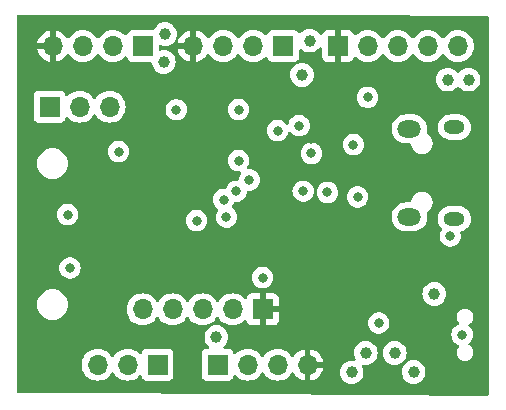
<source format=gbr>
%TF.GenerationSoftware,KiCad,Pcbnew,7.0.1-0*%
%TF.CreationDate,2023-10-24T00:04:38+02:00*%
%TF.ProjectId,SMT-32,534d542d-3332-42e6-9b69-6361645f7063,rev?*%
%TF.SameCoordinates,Original*%
%TF.FileFunction,Copper,L2,Inr*%
%TF.FilePolarity,Positive*%
%FSLAX46Y46*%
G04 Gerber Fmt 4.6, Leading zero omitted, Abs format (unit mm)*
G04 Created by KiCad (PCBNEW 7.0.1-0) date 2023-10-24 00:04:38*
%MOMM*%
%LPD*%
G01*
G04 APERTURE LIST*
%TA.AperFunction,ComponentPad*%
%ADD10O,1.700000X1.700000*%
%TD*%
%TA.AperFunction,ComponentPad*%
%ADD11R,1.700000X1.700000*%
%TD*%
%TA.AperFunction,ComponentPad*%
%ADD12O,1.800000X1.150000*%
%TD*%
%TA.AperFunction,ComponentPad*%
%ADD13O,2.000000X1.450000*%
%TD*%
%TA.AperFunction,ViaPad*%
%ADD14C,0.800000*%
%TD*%
%TA.AperFunction,ViaPad*%
%ADD15C,1.000000*%
%TD*%
G04 APERTURE END LIST*
D10*
%TO.N,/Pin 2*%
%TO.C,J8*%
X85852000Y-31242000D03*
%TO.N,/Pin 3*%
X83312000Y-31242000D03*
D11*
%TO.N,/Pin 4*%
X80772000Y-31242000D03*
%TD*%
%TO.N,/ADC_12*%
%TO.C,J5*%
X89916000Y-53086000D03*
D10*
%TO.N,/ADC_11*%
X87376000Y-53086000D03*
%TO.N,unconnected-(J5-Pin_3-Pad3)*%
X84836000Y-53086000D03*
%TD*%
D11*
%TO.N,GND*%
%TO.C,J7*%
X105180000Y-26100000D03*
D10*
%TO.N,/SPI_2_MOSI*%
X107720000Y-26100000D03*
%TO.N,/SPI_2_MISO*%
X110260000Y-26100000D03*
%TO.N,/SPI_2_SCK*%
X112800000Y-26100000D03*
%TO.N,+3.3V*%
X115340000Y-26100000D03*
%TD*%
D11*
%TO.N,GND*%
%TO.C,J6*%
X98820000Y-48400000D03*
D10*
%TO.N,/SPI_1_MOSI*%
X96280000Y-48400000D03*
%TO.N,/SPI_1_MISO*%
X93740000Y-48400000D03*
%TO.N,/SPI_1_SCK*%
X91200000Y-48400000D03*
%TO.N,+3.3V*%
X88660000Y-48400000D03*
%TD*%
D11*
%TO.N,+3.3V*%
%TO.C,J3*%
X88670000Y-26100000D03*
D10*
%TO.N,URAT_1_TX*%
X86130000Y-26100000D03*
%TO.N,URAT_1_RX*%
X83590000Y-26100000D03*
%TO.N,GND*%
X81050000Y-26100000D03*
%TD*%
D11*
%TO.N,+3.3V*%
%TO.C,J4*%
X94996000Y-53086000D03*
D10*
%TO.N,/I2C_SCL*%
X97536000Y-53086000D03*
%TO.N,/I2C_SDA*%
X100076000Y-53086000D03*
%TO.N,GND*%
X102616000Y-53086000D03*
%TD*%
D12*
%TO.N,unconnected-(J1-Shield-Pad6)*%
%TO.C,J1*%
X115050000Y-40725000D03*
D13*
X111250000Y-40575000D03*
X111250000Y-33125000D03*
D12*
X115050000Y-32975000D03*
%TD*%
D11*
%TO.N,+3.3V*%
%TO.C,J2*%
X100562000Y-26100000D03*
D10*
%TO.N,/SWDIO*%
X98022000Y-26100000D03*
%TO.N,/SWCLK*%
X95482000Y-26100000D03*
%TO.N,GND*%
X92942000Y-26100000D03*
%TD*%
D14*
%TO.N,GND*%
X102700000Y-43050000D03*
%TO.N,/I2C_SDA*%
X95750000Y-40600000D03*
%TO.N,+3.3V*%
X102950000Y-35200000D03*
X91500000Y-31500000D03*
%TO.N,GND*%
X93550000Y-30850000D03*
D15*
%TO.N,+3.3V*%
X113350000Y-47100000D03*
X94900000Y-50750000D03*
X114500000Y-28950000D03*
X116250000Y-28950000D03*
X102800000Y-25650000D03*
X90550000Y-25100000D03*
X90450000Y-27450000D03*
X102150000Y-28550000D03*
D14*
X108650000Y-49550000D03*
D15*
X110000000Y-52100000D03*
X107550000Y-52100000D03*
X106350000Y-53750000D03*
X111600000Y-53700000D03*
D14*
X106500000Y-34450000D03*
%TO.N,GND*%
X101450000Y-45650000D03*
%TO.N,/Pin 3*%
X97700000Y-37450000D03*
%TO.N,/Pin 4*%
X96600000Y-38400000D03*
%TO.N,/SW_Boot0*%
X101900000Y-32850000D03*
X115700000Y-50550000D03*
%TO.N,GND*%
X80250000Y-40000000D03*
X113150000Y-35800000D03*
X111150000Y-50100000D03*
X114200000Y-51650000D03*
X101200000Y-50900000D03*
X103000000Y-50900000D03*
X98850000Y-50700000D03*
X80700000Y-28400000D03*
X96600000Y-29450000D03*
X104300000Y-28750000D03*
X109350000Y-44700000D03*
%TO.N,+3.3V*%
X82500000Y-44900000D03*
%TO.N,/SPI_2_SCK*%
X106850000Y-38900000D03*
%TO.N,/SPI_2_MISO*%
X104300000Y-38500000D03*
X107700000Y-30450000D03*
%TO.N,/SPI_2_MOSI*%
X102250000Y-38400000D03*
%TO.N,/BOOT0*%
X100076000Y-33274000D03*
X96774000Y-35814000D03*
%TO.N,URAT_1_TX*%
X96774000Y-31496000D03*
%TO.N,GND*%
X94234000Y-39624000D03*
%TO.N,/NRST*%
X95504000Y-39116000D03*
%TO.N,GND*%
X90170000Y-42418000D03*
%TO.N,/NRST*%
X82296000Y-40386000D03*
%TO.N,/ADC_11*%
X93218000Y-40894000D03*
%TO.N,+3.3V*%
X86614000Y-35052000D03*
%TO.N,/I2C_SDA*%
X98806000Y-45720000D03*
%TO.N,GND*%
X102950000Y-34000000D03*
X88200000Y-34400000D03*
X98350000Y-36100000D03*
X97400000Y-39750000D03*
X94400000Y-36200000D03*
X87900000Y-42700000D03*
X84200000Y-43500000D03*
X84500000Y-42200000D03*
X113500000Y-44700000D03*
%TO.N,+3.3V*%
X114700000Y-42200000D03*
%TD*%
%TA.AperFunction,Conductor*%
%TO.N,GND*%
G36*
X104784739Y-23450503D02*
G01*
X117876416Y-23547240D01*
X117938028Y-23564157D01*
X117983040Y-23609502D01*
X117999500Y-23671237D01*
X117999500Y-55574393D01*
X117982785Y-55636570D01*
X117937145Y-55681984D01*
X117874887Y-55698390D01*
X97999999Y-55599999D01*
X82492542Y-55523230D01*
X78123886Y-55501603D01*
X78062146Y-55484787D01*
X78017011Y-55439428D01*
X78000500Y-55377605D01*
X78000500Y-53086000D01*
X83480340Y-53086000D01*
X83500936Y-53321407D01*
X83512690Y-53365273D01*
X83562097Y-53549663D01*
X83661965Y-53763830D01*
X83797505Y-53957401D01*
X83964599Y-54124495D01*
X84158170Y-54260035D01*
X84372337Y-54359903D01*
X84600592Y-54421063D01*
X84836000Y-54441659D01*
X85071408Y-54421063D01*
X85299663Y-54359903D01*
X85513830Y-54260035D01*
X85707401Y-54124495D01*
X85874495Y-53957401D01*
X86004426Y-53771839D01*
X86048743Y-53732975D01*
X86106000Y-53718964D01*
X86163257Y-53732975D01*
X86207573Y-53771839D01*
X86337505Y-53957401D01*
X86504599Y-54124495D01*
X86698170Y-54260035D01*
X86912337Y-54359903D01*
X87140592Y-54421063D01*
X87376000Y-54441659D01*
X87611408Y-54421063D01*
X87839663Y-54359903D01*
X88053830Y-54260035D01*
X88247401Y-54124495D01*
X88369329Y-54002566D01*
X88422072Y-53971273D01*
X88483365Y-53969084D01*
X88538209Y-53996537D01*
X88573189Y-54046916D01*
X88587292Y-54084727D01*
X88622204Y-54178331D01*
X88708454Y-54293546D01*
X88823669Y-54379796D01*
X88958517Y-54430091D01*
X89018127Y-54436500D01*
X90813872Y-54436499D01*
X90873483Y-54430091D01*
X91008331Y-54379796D01*
X91123546Y-54293546D01*
X91209796Y-54178331D01*
X91260091Y-54043483D01*
X91266500Y-53983873D01*
X91266500Y-53983869D01*
X93645500Y-53983869D01*
X93651909Y-54043484D01*
X93667292Y-54084727D01*
X93702204Y-54178331D01*
X93788454Y-54293546D01*
X93903669Y-54379796D01*
X94038517Y-54430091D01*
X94098127Y-54436500D01*
X95893872Y-54436499D01*
X95953483Y-54430091D01*
X96088331Y-54379796D01*
X96203546Y-54293546D01*
X96289796Y-54178331D01*
X96338810Y-54046916D01*
X96373789Y-53996537D01*
X96428634Y-53969084D01*
X96489927Y-53971273D01*
X96542673Y-54002569D01*
X96664599Y-54124495D01*
X96858170Y-54260035D01*
X97072337Y-54359903D01*
X97300592Y-54421063D01*
X97536000Y-54441659D01*
X97771408Y-54421063D01*
X97999663Y-54359903D01*
X98213830Y-54260035D01*
X98407401Y-54124495D01*
X98574495Y-53957401D01*
X98704426Y-53771839D01*
X98748743Y-53732975D01*
X98806000Y-53718964D01*
X98863257Y-53732975D01*
X98907573Y-53771839D01*
X99037505Y-53957401D01*
X99204599Y-54124495D01*
X99398170Y-54260035D01*
X99612337Y-54359903D01*
X99840592Y-54421063D01*
X100076000Y-54441659D01*
X100311408Y-54421063D01*
X100539663Y-54359903D01*
X100753830Y-54260035D01*
X100947401Y-54124495D01*
X101114495Y-53957401D01*
X101244732Y-53771402D01*
X101289048Y-53732539D01*
X101346305Y-53718528D01*
X101403562Y-53732539D01*
X101447880Y-53771404D01*
X101577893Y-53957081D01*
X101744918Y-54124106D01*
X101938423Y-54259600D01*
X102152507Y-54359430D01*
X102365999Y-54416635D01*
X102366000Y-54416636D01*
X102366000Y-53336000D01*
X102866000Y-53336000D01*
X102866000Y-54416635D01*
X103079492Y-54359430D01*
X103293576Y-54259600D01*
X103487081Y-54124106D01*
X103654106Y-53957081D01*
X103789600Y-53763576D01*
X103795931Y-53749999D01*
X105344659Y-53749999D01*
X105363976Y-53946133D01*
X105421185Y-54134726D01*
X105421186Y-54134727D01*
X105514090Y-54308538D01*
X105639117Y-54460883D01*
X105791462Y-54585910D01*
X105965273Y-54678814D01*
X106153868Y-54736024D01*
X106350000Y-54755341D01*
X106546132Y-54736024D01*
X106734727Y-54678814D01*
X106908538Y-54585910D01*
X107060883Y-54460883D01*
X107185910Y-54308538D01*
X107278814Y-54134727D01*
X107336024Y-53946132D01*
X107355341Y-53750000D01*
X107350417Y-53700000D01*
X110594659Y-53700000D01*
X110600921Y-53763576D01*
X110613976Y-53896133D01*
X110671185Y-54084726D01*
X110721218Y-54178330D01*
X110764090Y-54258538D01*
X110889117Y-54410883D01*
X111041462Y-54535910D01*
X111215273Y-54628814D01*
X111403868Y-54686024D01*
X111600000Y-54705341D01*
X111796132Y-54686024D01*
X111984727Y-54628814D01*
X112158538Y-54535910D01*
X112310883Y-54410883D01*
X112435910Y-54258538D01*
X112528814Y-54084727D01*
X112586024Y-53896132D01*
X112605341Y-53700000D01*
X112586024Y-53503868D01*
X112528814Y-53315273D01*
X112435910Y-53141462D01*
X112310883Y-52989117D01*
X112158538Y-52864090D01*
X112133285Y-52850592D01*
X111984726Y-52771185D01*
X111796133Y-52713976D01*
X111600000Y-52694659D01*
X111403866Y-52713976D01*
X111215273Y-52771185D01*
X111041463Y-52864089D01*
X110889117Y-52989117D01*
X110764089Y-53141463D01*
X110671185Y-53315273D01*
X110613976Y-53503866D01*
X110608641Y-53558032D01*
X110594659Y-53700000D01*
X107350417Y-53700000D01*
X107336024Y-53553868D01*
X107278814Y-53365273D01*
X107255367Y-53321407D01*
X107226445Y-53267297D01*
X107211952Y-53202759D01*
X107232701Y-53139953D01*
X107282786Y-53096749D01*
X107347957Y-53085441D01*
X107353863Y-53086022D01*
X107353868Y-53086024D01*
X107550000Y-53105341D01*
X107746132Y-53086024D01*
X107934727Y-53028814D01*
X108108538Y-52935910D01*
X108260883Y-52810883D01*
X108385910Y-52658538D01*
X108478814Y-52484727D01*
X108536024Y-52296132D01*
X108555341Y-52100000D01*
X108994659Y-52100000D01*
X109013976Y-52296133D01*
X109071185Y-52484726D01*
X109071186Y-52484727D01*
X109164090Y-52658538D01*
X109289117Y-52810883D01*
X109441462Y-52935910D01*
X109615273Y-53028814D01*
X109803868Y-53086024D01*
X110000000Y-53105341D01*
X110196132Y-53086024D01*
X110384727Y-53028814D01*
X110558538Y-52935910D01*
X110710883Y-52810883D01*
X110835910Y-52658538D01*
X110928814Y-52484727D01*
X110986024Y-52296132D01*
X111005341Y-52100000D01*
X110986024Y-51903868D01*
X110928814Y-51715273D01*
X110835910Y-51541462D01*
X110710883Y-51389117D01*
X110558538Y-51264090D01*
X110501499Y-51233602D01*
X110384726Y-51171185D01*
X110196133Y-51113976D01*
X110000000Y-51094659D01*
X109803866Y-51113976D01*
X109615273Y-51171185D01*
X109441463Y-51264089D01*
X109289117Y-51389117D01*
X109164089Y-51541463D01*
X109071185Y-51715273D01*
X109013976Y-51903866D01*
X108994659Y-52100000D01*
X108555341Y-52100000D01*
X108536024Y-51903868D01*
X108478814Y-51715273D01*
X108385910Y-51541462D01*
X108260883Y-51389117D01*
X108108538Y-51264090D01*
X108051499Y-51233602D01*
X107934726Y-51171185D01*
X107746133Y-51113976D01*
X107550000Y-51094659D01*
X107353866Y-51113976D01*
X107165273Y-51171185D01*
X106991463Y-51264089D01*
X106839117Y-51389117D01*
X106714089Y-51541463D01*
X106621185Y-51715273D01*
X106563976Y-51903866D01*
X106544659Y-52100000D01*
X106563976Y-52296133D01*
X106611705Y-52453472D01*
X106621186Y-52484727D01*
X106655748Y-52549388D01*
X106673555Y-52582703D01*
X106688047Y-52647240D01*
X106667298Y-52710046D01*
X106617213Y-52753250D01*
X106552042Y-52764558D01*
X106350000Y-52744659D01*
X106153866Y-52763976D01*
X105965273Y-52821185D01*
X105791463Y-52914089D01*
X105639117Y-53039117D01*
X105514089Y-53191463D01*
X105421185Y-53365273D01*
X105363976Y-53553866D01*
X105344659Y-53749999D01*
X103795931Y-53749999D01*
X103889430Y-53549492D01*
X103946636Y-53336000D01*
X102866000Y-53336000D01*
X102366000Y-53336000D01*
X102366000Y-51755364D01*
X102866000Y-51755364D01*
X102866000Y-52836000D01*
X103946636Y-52836000D01*
X103946635Y-52835999D01*
X103889430Y-52622507D01*
X103789599Y-52408421D01*
X103654109Y-52214921D01*
X103487081Y-52047893D01*
X103293576Y-51912399D01*
X103079492Y-51812569D01*
X102866000Y-51755364D01*
X102366000Y-51755364D01*
X102365999Y-51755364D01*
X102152507Y-51812569D01*
X101938421Y-51912400D01*
X101744921Y-52047890D01*
X101577893Y-52214918D01*
X101447880Y-52400596D01*
X101403562Y-52439461D01*
X101346305Y-52453472D01*
X101289048Y-52439461D01*
X101244730Y-52400595D01*
X101244425Y-52400159D01*
X101114495Y-52214599D01*
X100947401Y-52047505D01*
X100753830Y-51911965D01*
X100539663Y-51812097D01*
X100478502Y-51795709D01*
X100311407Y-51750936D01*
X100076000Y-51730340D01*
X99840592Y-51750936D01*
X99612336Y-51812097D01*
X99398170Y-51911965D01*
X99204598Y-52047505D01*
X99037505Y-52214598D01*
X98907575Y-52400159D01*
X98863257Y-52439025D01*
X98806000Y-52453036D01*
X98748743Y-52439025D01*
X98704425Y-52400159D01*
X98574494Y-52214598D01*
X98407404Y-52047508D01*
X98407401Y-52047505D01*
X98213830Y-51911965D01*
X97999663Y-51812097D01*
X97938502Y-51795709D01*
X97771407Y-51750936D01*
X97536000Y-51730340D01*
X97300592Y-51750936D01*
X97072336Y-51812097D01*
X96858170Y-51911965D01*
X96664601Y-52047503D01*
X96542673Y-52169431D01*
X96489926Y-52200726D01*
X96428634Y-52202915D01*
X96373789Y-52175462D01*
X96338810Y-52125082D01*
X96310019Y-52047890D01*
X96289796Y-51993669D01*
X96203546Y-51878454D01*
X96088331Y-51792204D01*
X95953483Y-51741909D01*
X95893873Y-51735500D01*
X95893869Y-51735500D01*
X95622818Y-51735500D01*
X95564365Y-51720858D01*
X95519716Y-51680391D01*
X95499415Y-51623655D01*
X95508257Y-51564048D01*
X95544153Y-51515647D01*
X95610883Y-51460883D01*
X95735910Y-51308538D01*
X95828814Y-51134727D01*
X95886024Y-50946132D01*
X95905341Y-50750000D01*
X95886024Y-50553868D01*
X95884851Y-50550000D01*
X114794540Y-50550000D01*
X114814326Y-50738257D01*
X114872820Y-50918284D01*
X114967466Y-51082216D01*
X115094129Y-51222889D01*
X115247265Y-51334149D01*
X115284134Y-51350564D01*
X115380281Y-51393372D01*
X115426053Y-51428421D01*
X115451029Y-51480381D01*
X115449811Y-51538019D01*
X115422660Y-51588877D01*
X115369266Y-51649148D01*
X115353696Y-51678814D01*
X115290209Y-51799775D01*
X115249500Y-51964945D01*
X115249500Y-52135055D01*
X115290209Y-52300224D01*
X115346865Y-52408171D01*
X115369266Y-52450852D01*
X115482071Y-52578183D01*
X115622070Y-52674818D01*
X115781128Y-52735140D01*
X115907628Y-52750500D01*
X115992371Y-52750500D01*
X115992372Y-52750500D01*
X116118872Y-52735140D01*
X116277930Y-52674818D01*
X116417929Y-52578183D01*
X116530734Y-52450852D01*
X116609790Y-52300225D01*
X116650500Y-52135056D01*
X116650500Y-51964944D01*
X116609790Y-51799775D01*
X116530734Y-51649148D01*
X116417929Y-51521817D01*
X116293562Y-51435972D01*
X116254557Y-51392209D01*
X116240013Y-51335418D01*
X116253183Y-51278293D01*
X116291120Y-51233604D01*
X116305871Y-51222888D01*
X116432533Y-51082216D01*
X116527179Y-50918284D01*
X116585674Y-50738256D01*
X116605460Y-50550000D01*
X116585674Y-50361744D01*
X116527179Y-50181716D01*
X116527179Y-50181715D01*
X116432533Y-50017783D01*
X116305871Y-49877112D01*
X116291120Y-49866395D01*
X116253182Y-49821704D01*
X116240013Y-49764579D01*
X116254557Y-49707789D01*
X116293562Y-49664027D01*
X116417929Y-49578183D01*
X116530734Y-49450852D01*
X116609790Y-49300225D01*
X116650500Y-49135056D01*
X116650500Y-48964944D01*
X116609790Y-48799775D01*
X116530734Y-48649148D01*
X116417929Y-48521817D01*
X116417928Y-48521816D01*
X116417927Y-48521815D01*
X116277930Y-48425182D01*
X116118872Y-48364860D01*
X115992372Y-48349500D01*
X115907628Y-48349500D01*
X115844377Y-48357180D01*
X115781127Y-48364860D01*
X115622069Y-48425182D01*
X115482072Y-48521815D01*
X115369265Y-48649149D01*
X115290209Y-48799775D01*
X115271148Y-48877112D01*
X115249500Y-48964944D01*
X115249500Y-49135056D01*
X115249873Y-49136568D01*
X115290209Y-49300224D01*
X115298584Y-49316181D01*
X115362780Y-49438495D01*
X115369267Y-49450853D01*
X115422660Y-49511122D01*
X115449811Y-49561979D01*
X115451029Y-49619617D01*
X115426053Y-49671577D01*
X115380280Y-49706627D01*
X115247269Y-49765848D01*
X115094129Y-49877110D01*
X114967466Y-50017783D01*
X114872820Y-50181715D01*
X114814326Y-50361742D01*
X114794540Y-50550000D01*
X95884851Y-50550000D01*
X95828814Y-50365273D01*
X95735910Y-50191462D01*
X95610883Y-50039117D01*
X95458538Y-49914090D01*
X95389357Y-49877112D01*
X95284726Y-49821185D01*
X95096133Y-49763976D01*
X94900000Y-49744659D01*
X94703866Y-49763976D01*
X94515273Y-49821185D01*
X94341463Y-49914089D01*
X94189117Y-50039117D01*
X94064089Y-50191463D01*
X93971185Y-50365273D01*
X93913976Y-50553866D01*
X93894659Y-50749999D01*
X93913976Y-50946133D01*
X93971185Y-51134726D01*
X94024036Y-51233602D01*
X94064090Y-51308538D01*
X94189117Y-51460883D01*
X94255849Y-51515649D01*
X94291744Y-51564047D01*
X94300586Y-51623654D01*
X94280286Y-51680390D01*
X94235637Y-51720858D01*
X94177184Y-51735500D01*
X94098130Y-51735500D01*
X94038515Y-51741909D01*
X93903669Y-51792204D01*
X93788454Y-51878454D01*
X93702204Y-51993668D01*
X93651909Y-52128516D01*
X93645500Y-52188130D01*
X93645500Y-53983869D01*
X91266500Y-53983869D01*
X91266499Y-52188128D01*
X91260091Y-52128517D01*
X91209796Y-51993669D01*
X91123546Y-51878454D01*
X91008331Y-51792204D01*
X90873483Y-51741909D01*
X90813873Y-51735500D01*
X90813869Y-51735500D01*
X89018130Y-51735500D01*
X88958515Y-51741909D01*
X88823669Y-51792204D01*
X88708454Y-51878454D01*
X88622204Y-51993669D01*
X88573189Y-52125083D01*
X88538209Y-52175462D01*
X88483365Y-52202915D01*
X88422072Y-52200726D01*
X88369326Y-52169430D01*
X88247404Y-52047508D01*
X88247401Y-52047505D01*
X88053830Y-51911965D01*
X87839663Y-51812097D01*
X87778502Y-51795709D01*
X87611407Y-51750936D01*
X87376000Y-51730340D01*
X87140592Y-51750936D01*
X86912336Y-51812097D01*
X86698170Y-51911965D01*
X86504598Y-52047505D01*
X86337505Y-52214598D01*
X86207575Y-52400159D01*
X86163257Y-52439025D01*
X86106000Y-52453036D01*
X86048743Y-52439025D01*
X86004425Y-52400159D01*
X85874494Y-52214598D01*
X85707404Y-52047508D01*
X85707401Y-52047505D01*
X85513830Y-51911965D01*
X85299663Y-51812097D01*
X85238502Y-51795709D01*
X85071407Y-51750936D01*
X84836000Y-51730340D01*
X84600592Y-51750936D01*
X84372336Y-51812097D01*
X84158170Y-51911965D01*
X83964598Y-52047505D01*
X83797505Y-52214598D01*
X83661965Y-52408170D01*
X83562097Y-52622336D01*
X83500936Y-52850592D01*
X83480340Y-53086000D01*
X78000500Y-53086000D01*
X78000500Y-48005999D01*
X79720531Y-48005999D01*
X79740364Y-48232689D01*
X79799261Y-48452497D01*
X79895432Y-48658735D01*
X80025953Y-48845140D01*
X80186859Y-49006046D01*
X80373264Y-49136567D01*
X80373265Y-49136567D01*
X80373266Y-49136568D01*
X80579504Y-49232739D01*
X80799308Y-49291635D01*
X80870049Y-49297824D01*
X80969214Y-49306500D01*
X80969216Y-49306500D01*
X81082784Y-49306500D01*
X81082786Y-49306500D01*
X81154519Y-49300224D01*
X81252692Y-49291635D01*
X81472496Y-49232739D01*
X81678734Y-49136568D01*
X81865139Y-49006047D01*
X82026047Y-48845139D01*
X82156568Y-48658734D01*
X82252739Y-48452496D01*
X82266805Y-48400000D01*
X87304340Y-48400000D01*
X87324936Y-48635407D01*
X87339258Y-48688856D01*
X87386097Y-48863663D01*
X87485965Y-49077830D01*
X87621505Y-49271401D01*
X87788599Y-49438495D01*
X87982170Y-49574035D01*
X88196337Y-49673903D01*
X88424592Y-49735063D01*
X88660000Y-49755659D01*
X88895408Y-49735063D01*
X89123663Y-49673903D01*
X89337830Y-49574035D01*
X89531401Y-49438495D01*
X89698495Y-49271401D01*
X89828426Y-49085839D01*
X89872743Y-49046975D01*
X89930000Y-49032964D01*
X89987257Y-49046975D01*
X90031573Y-49085839D01*
X90161505Y-49271401D01*
X90328599Y-49438495D01*
X90522170Y-49574035D01*
X90736337Y-49673903D01*
X90964592Y-49735063D01*
X91200000Y-49755659D01*
X91435408Y-49735063D01*
X91663663Y-49673903D01*
X91877830Y-49574035D01*
X92071401Y-49438495D01*
X92238495Y-49271401D01*
X92368426Y-49085839D01*
X92412743Y-49046975D01*
X92470000Y-49032964D01*
X92527257Y-49046975D01*
X92571573Y-49085839D01*
X92701505Y-49271401D01*
X92868599Y-49438495D01*
X93062170Y-49574035D01*
X93276337Y-49673903D01*
X93504592Y-49735063D01*
X93740000Y-49755659D01*
X93975408Y-49735063D01*
X94203663Y-49673903D01*
X94417830Y-49574035D01*
X94611401Y-49438495D01*
X94778495Y-49271401D01*
X94908426Y-49085839D01*
X94952743Y-49046975D01*
X95010000Y-49032964D01*
X95067257Y-49046975D01*
X95111573Y-49085839D01*
X95241505Y-49271401D01*
X95408599Y-49438495D01*
X95602170Y-49574035D01*
X95816337Y-49673903D01*
X96044592Y-49735063D01*
X96280000Y-49755659D01*
X96515408Y-49735063D01*
X96743663Y-49673903D01*
X96957830Y-49574035D01*
X97151401Y-49438495D01*
X97273717Y-49316178D01*
X97326460Y-49284885D01*
X97387752Y-49282696D01*
X97442597Y-49310149D01*
X97477577Y-49360528D01*
X97526647Y-49492088D01*
X97612811Y-49607188D01*
X97727910Y-49693352D01*
X97862624Y-49743597D01*
X97922176Y-49750000D01*
X98570000Y-49750000D01*
X98570000Y-48650000D01*
X99070000Y-48650000D01*
X99070000Y-49750000D01*
X99717824Y-49750000D01*
X99777375Y-49743597D01*
X99912089Y-49693352D01*
X100027188Y-49607188D01*
X100070000Y-49549999D01*
X107744540Y-49549999D01*
X107764326Y-49738257D01*
X107822820Y-49918284D01*
X107917466Y-50082216D01*
X108044129Y-50222889D01*
X108197269Y-50334151D01*
X108370197Y-50411144D01*
X108555352Y-50450500D01*
X108555354Y-50450500D01*
X108744646Y-50450500D01*
X108744648Y-50450500D01*
X108868083Y-50424262D01*
X108929803Y-50411144D01*
X109102730Y-50334151D01*
X109255871Y-50222888D01*
X109382533Y-50082216D01*
X109477179Y-49918284D01*
X109535674Y-49738256D01*
X109555460Y-49550000D01*
X109535674Y-49361744D01*
X109505332Y-49268363D01*
X109477179Y-49181715D01*
X109382533Y-49017783D01*
X109255870Y-48877110D01*
X109102730Y-48765848D01*
X108929802Y-48688855D01*
X108744648Y-48649500D01*
X108744646Y-48649500D01*
X108555354Y-48649500D01*
X108555352Y-48649500D01*
X108370197Y-48688855D01*
X108197269Y-48765848D01*
X108044129Y-48877110D01*
X107917466Y-49017783D01*
X107822820Y-49181715D01*
X107764326Y-49361742D01*
X107744540Y-49549999D01*
X100070000Y-49549999D01*
X100113352Y-49492089D01*
X100163597Y-49357375D01*
X100170000Y-49297824D01*
X100170000Y-48650000D01*
X99070000Y-48650000D01*
X98570000Y-48650000D01*
X98570000Y-47050000D01*
X99070000Y-47050000D01*
X99070000Y-48150000D01*
X100170000Y-48150000D01*
X100170000Y-47502176D01*
X100163597Y-47442624D01*
X100113352Y-47307910D01*
X100027188Y-47192811D01*
X99912089Y-47106647D01*
X99894265Y-47099999D01*
X112344659Y-47099999D01*
X112363976Y-47296133D01*
X112421185Y-47484726D01*
X112444636Y-47528599D01*
X112514090Y-47658538D01*
X112639117Y-47810883D01*
X112791462Y-47935910D01*
X112965273Y-48028814D01*
X113153868Y-48086024D01*
X113350000Y-48105341D01*
X113546132Y-48086024D01*
X113734727Y-48028814D01*
X113908538Y-47935910D01*
X114060883Y-47810883D01*
X114185910Y-47658538D01*
X114278814Y-47484727D01*
X114336024Y-47296132D01*
X114355341Y-47100000D01*
X114336024Y-46903868D01*
X114278814Y-46715273D01*
X114185910Y-46541462D01*
X114060883Y-46389117D01*
X113908538Y-46264090D01*
X113886091Y-46252091D01*
X113734726Y-46171185D01*
X113546133Y-46113976D01*
X113350000Y-46094659D01*
X113153866Y-46113976D01*
X112965273Y-46171185D01*
X112791463Y-46264089D01*
X112639117Y-46389117D01*
X112514089Y-46541463D01*
X112421185Y-46715273D01*
X112363976Y-46903866D01*
X112344659Y-47099999D01*
X99894265Y-47099999D01*
X99777375Y-47056402D01*
X99717824Y-47050000D01*
X99070000Y-47050000D01*
X98570000Y-47050000D01*
X97922176Y-47050000D01*
X97862624Y-47056402D01*
X97727910Y-47106647D01*
X97612811Y-47192811D01*
X97526646Y-47307913D01*
X97477576Y-47439472D01*
X97442597Y-47489850D01*
X97387753Y-47517303D01*
X97326460Y-47515114D01*
X97273714Y-47483818D01*
X97151404Y-47361508D01*
X97151404Y-47361507D01*
X97151401Y-47361505D01*
X96957830Y-47225965D01*
X96743663Y-47126097D01*
X96671074Y-47106647D01*
X96515407Y-47064936D01*
X96280000Y-47044340D01*
X96044592Y-47064936D01*
X95816336Y-47126097D01*
X95602170Y-47225965D01*
X95408598Y-47361505D01*
X95241505Y-47528598D01*
X95111575Y-47714159D01*
X95067257Y-47753025D01*
X95010000Y-47767036D01*
X94952743Y-47753025D01*
X94908425Y-47714159D01*
X94778494Y-47528598D01*
X94611404Y-47361508D01*
X94611404Y-47361507D01*
X94611401Y-47361505D01*
X94417830Y-47225965D01*
X94203663Y-47126097D01*
X94131074Y-47106647D01*
X93975407Y-47064936D01*
X93740000Y-47044340D01*
X93504592Y-47064936D01*
X93276336Y-47126097D01*
X93062170Y-47225965D01*
X92868598Y-47361505D01*
X92701505Y-47528598D01*
X92571575Y-47714159D01*
X92527257Y-47753025D01*
X92470000Y-47767036D01*
X92412743Y-47753025D01*
X92368425Y-47714159D01*
X92238494Y-47528598D01*
X92071404Y-47361508D01*
X92071404Y-47361507D01*
X92071401Y-47361505D01*
X91877830Y-47225965D01*
X91663663Y-47126097D01*
X91591074Y-47106647D01*
X91435407Y-47064936D01*
X91200000Y-47044340D01*
X90964592Y-47064936D01*
X90736336Y-47126097D01*
X90522170Y-47225965D01*
X90328598Y-47361505D01*
X90161505Y-47528598D01*
X90031575Y-47714159D01*
X89987257Y-47753025D01*
X89930000Y-47767036D01*
X89872743Y-47753025D01*
X89828425Y-47714159D01*
X89698494Y-47528598D01*
X89531404Y-47361508D01*
X89531404Y-47361507D01*
X89531401Y-47361505D01*
X89337830Y-47225965D01*
X89123663Y-47126097D01*
X89051074Y-47106647D01*
X88895407Y-47064936D01*
X88660000Y-47044340D01*
X88424592Y-47064936D01*
X88196336Y-47126097D01*
X87982170Y-47225965D01*
X87788598Y-47361505D01*
X87621505Y-47528598D01*
X87485965Y-47722170D01*
X87386097Y-47936336D01*
X87324936Y-48164592D01*
X87304340Y-48400000D01*
X82266805Y-48400000D01*
X82311635Y-48232692D01*
X82331468Y-48006000D01*
X82311635Y-47779308D01*
X82252739Y-47559504D01*
X82156568Y-47353266D01*
X82116563Y-47296133D01*
X82026046Y-47166859D01*
X81865140Y-47005953D01*
X81678735Y-46875432D01*
X81472497Y-46779261D01*
X81252689Y-46720364D01*
X81082786Y-46705500D01*
X81082784Y-46705500D01*
X80969216Y-46705500D01*
X80969214Y-46705500D01*
X80799310Y-46720364D01*
X80579502Y-46779261D01*
X80373264Y-46875432D01*
X80186859Y-47005953D01*
X80025953Y-47166859D01*
X79895432Y-47353264D01*
X79799261Y-47559502D01*
X79740364Y-47779310D01*
X79720531Y-48005999D01*
X78000500Y-48005999D01*
X78000500Y-44899999D01*
X81594540Y-44899999D01*
X81614326Y-45088257D01*
X81672820Y-45268284D01*
X81767466Y-45432216D01*
X81894129Y-45572889D01*
X82047269Y-45684151D01*
X82220197Y-45761144D01*
X82405352Y-45800500D01*
X82405354Y-45800500D01*
X82594646Y-45800500D01*
X82594648Y-45800500D01*
X82718084Y-45774262D01*
X82779803Y-45761144D01*
X82872213Y-45720000D01*
X97900540Y-45720000D01*
X97920326Y-45908257D01*
X97978820Y-46088284D01*
X98073466Y-46252216D01*
X98200129Y-46392889D01*
X98353269Y-46504151D01*
X98526197Y-46581144D01*
X98711352Y-46620500D01*
X98711354Y-46620500D01*
X98900646Y-46620500D01*
X98900648Y-46620500D01*
X99024083Y-46594262D01*
X99085803Y-46581144D01*
X99258730Y-46504151D01*
X99411871Y-46392888D01*
X99538533Y-46252216D01*
X99633179Y-46088284D01*
X99691674Y-45908256D01*
X99711460Y-45720000D01*
X99691674Y-45531744D01*
X99633179Y-45351716D01*
X99633179Y-45351715D01*
X99538533Y-45187783D01*
X99411870Y-45047110D01*
X99258730Y-44935848D01*
X99085802Y-44858855D01*
X98900648Y-44819500D01*
X98900646Y-44819500D01*
X98711354Y-44819500D01*
X98711352Y-44819500D01*
X98526197Y-44858855D01*
X98353269Y-44935848D01*
X98200129Y-45047110D01*
X98073466Y-45187783D01*
X97978820Y-45351715D01*
X97920326Y-45531742D01*
X97900540Y-45720000D01*
X82872213Y-45720000D01*
X82952730Y-45684151D01*
X83105871Y-45572888D01*
X83232533Y-45432216D01*
X83327179Y-45268284D01*
X83385674Y-45088256D01*
X83405460Y-44900000D01*
X83385674Y-44711744D01*
X83327179Y-44531716D01*
X83327179Y-44531715D01*
X83232533Y-44367783D01*
X83105870Y-44227110D01*
X82952730Y-44115848D01*
X82779802Y-44038855D01*
X82594648Y-43999500D01*
X82594646Y-43999500D01*
X82405354Y-43999500D01*
X82405352Y-43999500D01*
X82220197Y-44038855D01*
X82047269Y-44115848D01*
X81894129Y-44227110D01*
X81767466Y-44367783D01*
X81672820Y-44531715D01*
X81614326Y-44711742D01*
X81594540Y-44899999D01*
X78000500Y-44899999D01*
X78000500Y-40386000D01*
X81390540Y-40386000D01*
X81410326Y-40574257D01*
X81468820Y-40754284D01*
X81563466Y-40918216D01*
X81690129Y-41058889D01*
X81843269Y-41170151D01*
X82016197Y-41247144D01*
X82201352Y-41286500D01*
X82201354Y-41286500D01*
X82390646Y-41286500D01*
X82390648Y-41286500D01*
X82514083Y-41260262D01*
X82575803Y-41247144D01*
X82748730Y-41170151D01*
X82869708Y-41082256D01*
X82901870Y-41058889D01*
X83028533Y-40918216D01*
X83042514Y-40894000D01*
X92312540Y-40894000D01*
X92332326Y-41082257D01*
X92390820Y-41262284D01*
X92485466Y-41426216D01*
X92612129Y-41566889D01*
X92765269Y-41678151D01*
X92938197Y-41755144D01*
X93123352Y-41794500D01*
X93123354Y-41794500D01*
X93312646Y-41794500D01*
X93312648Y-41794500D01*
X93469730Y-41761111D01*
X93497803Y-41755144D01*
X93670730Y-41678151D01*
X93823871Y-41566888D01*
X93950533Y-41426216D01*
X94045179Y-41262284D01*
X94103674Y-41082256D01*
X94123460Y-40894000D01*
X94103674Y-40705744D01*
X94073332Y-40612363D01*
X94045179Y-40525715D01*
X93950533Y-40361783D01*
X93823870Y-40221110D01*
X93670730Y-40109848D01*
X93497802Y-40032855D01*
X93312648Y-39993500D01*
X93312646Y-39993500D01*
X93123354Y-39993500D01*
X93123352Y-39993500D01*
X92938197Y-40032855D01*
X92765269Y-40109848D01*
X92612129Y-40221110D01*
X92485466Y-40361783D01*
X92390820Y-40525715D01*
X92332326Y-40705742D01*
X92312540Y-40894000D01*
X83042514Y-40894000D01*
X83123179Y-40754284D01*
X83163495Y-40630204D01*
X83181674Y-40574256D01*
X83201460Y-40386000D01*
X83181674Y-40197744D01*
X83149366Y-40098311D01*
X83123179Y-40017715D01*
X83028533Y-39853783D01*
X82901870Y-39713110D01*
X82748730Y-39601848D01*
X82575802Y-39524855D01*
X82390648Y-39485500D01*
X82390646Y-39485500D01*
X82201354Y-39485500D01*
X82201352Y-39485500D01*
X82016197Y-39524855D01*
X81843269Y-39601848D01*
X81690129Y-39713110D01*
X81563466Y-39853783D01*
X81468820Y-40017715D01*
X81410326Y-40197742D01*
X81390540Y-40386000D01*
X78000500Y-40386000D01*
X78000500Y-39116000D01*
X94598540Y-39116000D01*
X94608308Y-39208938D01*
X94618326Y-39304257D01*
X94676820Y-39484284D01*
X94771466Y-39648216D01*
X94898129Y-39788888D01*
X95010665Y-39870650D01*
X95052750Y-39924515D01*
X95059897Y-39992497D01*
X95029933Y-40053937D01*
X95017467Y-40067782D01*
X94922820Y-40231715D01*
X94864326Y-40411742D01*
X94844540Y-40600000D01*
X94864326Y-40788257D01*
X94922820Y-40968284D01*
X95017466Y-41132216D01*
X95144129Y-41272889D01*
X95297269Y-41384151D01*
X95470197Y-41461144D01*
X95655352Y-41500500D01*
X95655354Y-41500500D01*
X95844646Y-41500500D01*
X95844648Y-41500500D01*
X95968083Y-41474262D01*
X96029803Y-41461144D01*
X96202730Y-41384151D01*
X96355871Y-41272888D01*
X96482533Y-41132216D01*
X96577179Y-40968284D01*
X96635674Y-40788256D01*
X96652286Y-40630202D01*
X109745785Y-40630202D01*
X109775397Y-40848803D01*
X109809977Y-40955231D01*
X109843564Y-41058599D01*
X109948097Y-41252853D01*
X110052804Y-41384151D01*
X110085635Y-41425320D01*
X110251758Y-41570457D01*
X110441126Y-41683600D01*
X110647653Y-41761111D01*
X110864702Y-41800500D01*
X110864703Y-41800500D01*
X111580029Y-41800500D01*
X111580032Y-41800500D01*
X111744706Y-41785679D01*
X111957350Y-41726993D01*
X112156098Y-41631281D01*
X112334563Y-41501619D01*
X112487007Y-41342175D01*
X112608531Y-41158073D01*
X112666330Y-41022845D01*
X112695230Y-40955232D01*
X112712685Y-40878756D01*
X112744317Y-40740168D01*
X112747307Y-40673593D01*
X113645832Y-40673593D01*
X113655605Y-40878756D01*
X113704029Y-41078362D01*
X113705808Y-41082257D01*
X113789354Y-41265199D01*
X113895732Y-41414584D01*
X113908494Y-41432506D01*
X113966994Y-41488285D01*
X114000062Y-41541960D01*
X114002464Y-41604958D01*
X113973579Y-41660995D01*
X113967467Y-41667783D01*
X113872820Y-41831715D01*
X113814326Y-42011742D01*
X113794540Y-42200000D01*
X113814326Y-42388257D01*
X113872820Y-42568284D01*
X113967466Y-42732216D01*
X114094129Y-42872889D01*
X114247269Y-42984151D01*
X114420197Y-43061144D01*
X114605352Y-43100500D01*
X114605354Y-43100500D01*
X114794646Y-43100500D01*
X114794648Y-43100500D01*
X114918084Y-43074262D01*
X114979803Y-43061144D01*
X115152730Y-42984151D01*
X115305871Y-42872888D01*
X115432533Y-42732216D01*
X115527179Y-42568284D01*
X115585674Y-42388256D01*
X115605460Y-42200000D01*
X115585674Y-42011744D01*
X115557560Y-41925221D01*
X115554453Y-41859972D01*
X115584938Y-41802194D01*
X115640554Y-41767930D01*
X115776541Y-41728001D01*
X115959104Y-41633884D01*
X116120556Y-41506916D01*
X116255061Y-41351689D01*
X116357759Y-41173811D01*
X116424937Y-40979712D01*
X116454168Y-40776407D01*
X116444395Y-40571244D01*
X116395971Y-40371638D01*
X116310647Y-40184804D01*
X116310646Y-40184803D01*
X116310645Y-40184800D01*
X116202445Y-40032856D01*
X116191506Y-40017494D01*
X116042854Y-39875755D01*
X115950056Y-39816117D01*
X115870065Y-39764709D01*
X115741177Y-39713110D01*
X115679382Y-39688371D01*
X115679381Y-39688370D01*
X115679379Y-39688370D01*
X115477698Y-39649500D01*
X114673768Y-39649500D01*
X114577996Y-39658644D01*
X114520531Y-39664132D01*
X114323460Y-39721998D01*
X114140893Y-39816117D01*
X113979445Y-39943082D01*
X113844937Y-40098312D01*
X113742241Y-40276187D01*
X113675062Y-40470287D01*
X113652070Y-40630204D01*
X113645832Y-40673593D01*
X112747307Y-40673593D01*
X112754214Y-40519796D01*
X112724603Y-40301198D01*
X112713904Y-40268270D01*
X112708513Y-40216990D01*
X112724446Y-40167951D01*
X112758944Y-40129635D01*
X112785876Y-40110068D01*
X112796734Y-40103018D01*
X112832216Y-40082533D01*
X112862654Y-40055125D01*
X112872740Y-40046958D01*
X112905871Y-40022888D01*
X112933284Y-39992441D01*
X112942441Y-39983284D01*
X112972888Y-39955871D01*
X112996958Y-39922739D01*
X113005125Y-39912654D01*
X113032533Y-39882216D01*
X113053018Y-39846734D01*
X113060071Y-39835872D01*
X113084151Y-39802730D01*
X113100811Y-39765307D01*
X113106700Y-39753753D01*
X113127179Y-39718284D01*
X113128860Y-39713110D01*
X113139836Y-39679324D01*
X113144477Y-39667234D01*
X113161144Y-39629803D01*
X113169658Y-39589741D01*
X113173012Y-39577220D01*
X113185674Y-39538256D01*
X113189956Y-39497503D01*
X113191980Y-39484726D01*
X113200500Y-39444646D01*
X113200500Y-39403692D01*
X113201179Y-39390731D01*
X113201894Y-39383929D01*
X113205460Y-39350000D01*
X113201178Y-39309267D01*
X113200500Y-39296308D01*
X113200500Y-39255354D01*
X113191986Y-39215300D01*
X113189955Y-39202485D01*
X113185674Y-39161744D01*
X113173014Y-39122782D01*
X113169660Y-39110267D01*
X113161144Y-39070197D01*
X113144483Y-39032778D01*
X113139831Y-39020658D01*
X113127179Y-38981717D01*
X113127179Y-38981716D01*
X113106696Y-38946239D01*
X113100805Y-38934677D01*
X113084151Y-38897270D01*
X113060078Y-38864136D01*
X113053015Y-38853260D01*
X113032531Y-38817781D01*
X113005127Y-38787347D01*
X112996957Y-38777258D01*
X112972889Y-38744130D01*
X112972887Y-38744128D01*
X112942442Y-38716715D01*
X112933274Y-38707546D01*
X112905871Y-38677112D01*
X112872739Y-38653041D01*
X112862662Y-38644881D01*
X112832216Y-38617467D01*
X112832215Y-38617466D01*
X112796740Y-38596984D01*
X112785860Y-38589918D01*
X112752732Y-38565850D01*
X112752728Y-38565848D01*
X112715308Y-38549187D01*
X112703755Y-38543300D01*
X112668284Y-38522821D01*
X112629331Y-38510164D01*
X112617213Y-38505512D01*
X112579805Y-38488856D01*
X112558011Y-38484224D01*
X112539739Y-38480340D01*
X112527209Y-38476982D01*
X112488255Y-38464325D01*
X112447519Y-38460043D01*
X112434706Y-38458014D01*
X112394646Y-38449500D01*
X112205354Y-38449500D01*
X112205351Y-38449500D01*
X112165292Y-38458013D01*
X112152483Y-38460042D01*
X112111744Y-38464325D01*
X112072794Y-38476981D01*
X112060258Y-38480340D01*
X112020198Y-38488854D01*
X111982780Y-38505514D01*
X111970668Y-38510163D01*
X111931715Y-38522820D01*
X111896241Y-38543301D01*
X111884681Y-38549191D01*
X111847270Y-38565848D01*
X111814137Y-38589919D01*
X111803260Y-38596983D01*
X111767782Y-38617467D01*
X111737347Y-38644871D01*
X111727264Y-38653036D01*
X111694128Y-38677111D01*
X111666722Y-38707548D01*
X111657548Y-38716722D01*
X111627111Y-38744128D01*
X111603036Y-38777264D01*
X111594871Y-38787347D01*
X111567467Y-38817782D01*
X111546983Y-38853260D01*
X111539919Y-38864137D01*
X111515848Y-38897270D01*
X111499191Y-38934681D01*
X111493301Y-38946241D01*
X111472820Y-38981715D01*
X111460163Y-39020668D01*
X111455514Y-39032780D01*
X111438854Y-39070198D01*
X111430340Y-39110258D01*
X111426981Y-39122794D01*
X111414325Y-39161744D01*
X111410042Y-39202483D01*
X111408013Y-39215292D01*
X111400366Y-39251276D01*
X111376791Y-39301839D01*
X111333435Y-39336950D01*
X111279075Y-39349500D01*
X110919968Y-39349500D01*
X110849393Y-39355851D01*
X110755290Y-39364321D01*
X110542651Y-39423006D01*
X110343900Y-39518719D01*
X110165440Y-39648378D01*
X110012990Y-39807828D01*
X109891468Y-39991928D01*
X109804769Y-40194767D01*
X109755683Y-40409831D01*
X109745785Y-40630202D01*
X96652286Y-40630202D01*
X96655460Y-40600000D01*
X96635674Y-40411744D01*
X96577179Y-40231716D01*
X96577179Y-40231715D01*
X96482533Y-40067783D01*
X96355870Y-39927110D01*
X96243333Y-39845348D01*
X96201247Y-39791480D01*
X96194102Y-39723495D01*
X96224067Y-39662060D01*
X96236533Y-39648216D01*
X96331179Y-39484284D01*
X96363787Y-39383927D01*
X96395579Y-39333048D01*
X96447538Y-39303050D01*
X96492321Y-39301486D01*
X96492321Y-39300500D01*
X96694648Y-39300500D01*
X96818084Y-39274262D01*
X96879803Y-39261144D01*
X97052730Y-39184151D01*
X97083572Y-39161743D01*
X97205870Y-39072889D01*
X97241985Y-39032780D01*
X97332533Y-38932216D01*
X97427179Y-38768284D01*
X97485674Y-38588256D01*
X97498992Y-38461536D01*
X97519512Y-38405160D01*
X97525244Y-38399999D01*
X101344540Y-38399999D01*
X101364326Y-38588257D01*
X101422820Y-38768284D01*
X101517466Y-38932216D01*
X101644129Y-39072889D01*
X101797269Y-39184151D01*
X101970197Y-39261144D01*
X102155352Y-39300500D01*
X102155354Y-39300500D01*
X102344646Y-39300500D01*
X102344648Y-39300500D01*
X102468084Y-39274262D01*
X102529803Y-39261144D01*
X102702730Y-39184151D01*
X102733572Y-39161743D01*
X102855870Y-39072889D01*
X102891985Y-39032780D01*
X102982533Y-38932216D01*
X103077179Y-38768284D01*
X103135674Y-38588256D01*
X103144950Y-38500000D01*
X103394540Y-38500000D01*
X103414326Y-38688257D01*
X103472820Y-38868284D01*
X103567466Y-39032216D01*
X103694129Y-39172889D01*
X103847269Y-39284151D01*
X104020197Y-39361144D01*
X104205352Y-39400500D01*
X104205354Y-39400500D01*
X104394646Y-39400500D01*
X104394648Y-39400500D01*
X104564856Y-39364321D01*
X104579803Y-39361144D01*
X104752730Y-39284151D01*
X104905871Y-39172888D01*
X105032533Y-39032216D01*
X105108868Y-38899999D01*
X105944540Y-38899999D01*
X105964326Y-39088257D01*
X106022820Y-39268284D01*
X106117466Y-39432216D01*
X106244129Y-39572889D01*
X106397269Y-39684151D01*
X106570197Y-39761144D01*
X106755352Y-39800500D01*
X106755354Y-39800500D01*
X106944646Y-39800500D01*
X106944648Y-39800500D01*
X107110142Y-39765323D01*
X107129803Y-39761144D01*
X107302730Y-39684151D01*
X107350423Y-39649500D01*
X107455870Y-39572889D01*
X107535652Y-39484283D01*
X107582533Y-39432216D01*
X107677179Y-39268284D01*
X107735674Y-39088256D01*
X107755460Y-38900000D01*
X107735674Y-38711744D01*
X107697331Y-38593737D01*
X107677179Y-38531715D01*
X107582533Y-38367783D01*
X107455870Y-38227110D01*
X107302730Y-38115848D01*
X107129802Y-38038855D01*
X106944648Y-37999500D01*
X106944646Y-37999500D01*
X106755354Y-37999500D01*
X106755352Y-37999500D01*
X106570197Y-38038855D01*
X106397269Y-38115848D01*
X106244129Y-38227110D01*
X106117466Y-38367783D01*
X106022820Y-38531715D01*
X105964326Y-38711742D01*
X105944540Y-38899999D01*
X105108868Y-38899999D01*
X105127179Y-38868284D01*
X105185674Y-38688256D01*
X105205460Y-38500000D01*
X105185674Y-38311744D01*
X105143826Y-38182949D01*
X105127179Y-38131715D01*
X105032533Y-37967783D01*
X104905870Y-37827110D01*
X104752730Y-37715848D01*
X104579802Y-37638855D01*
X104394648Y-37599500D01*
X104394646Y-37599500D01*
X104205354Y-37599500D01*
X104205352Y-37599500D01*
X104020197Y-37638855D01*
X103847269Y-37715848D01*
X103694129Y-37827110D01*
X103567466Y-37967783D01*
X103472820Y-38131715D01*
X103414326Y-38311742D01*
X103394540Y-38500000D01*
X103144950Y-38500000D01*
X103155460Y-38400000D01*
X103135674Y-38211744D01*
X103077179Y-38031716D01*
X103077179Y-38031715D01*
X102982533Y-37867783D01*
X102855870Y-37727110D01*
X102702730Y-37615848D01*
X102529802Y-37538855D01*
X102344648Y-37499500D01*
X102344646Y-37499500D01*
X102155354Y-37499500D01*
X102155352Y-37499500D01*
X101970197Y-37538855D01*
X101797269Y-37615848D01*
X101644129Y-37727110D01*
X101517466Y-37867783D01*
X101422820Y-38031715D01*
X101364326Y-38211742D01*
X101344540Y-38399999D01*
X97525244Y-38399999D01*
X97564099Y-38365014D01*
X97622313Y-38350500D01*
X97794648Y-38350500D01*
X97918084Y-38324262D01*
X97979803Y-38311144D01*
X98152730Y-38234151D01*
X98183571Y-38211744D01*
X98305870Y-38122889D01*
X98432533Y-37982216D01*
X98527179Y-37818284D01*
X98527178Y-37818284D01*
X98585674Y-37638256D01*
X98605460Y-37450000D01*
X98585674Y-37261744D01*
X98527179Y-37081716D01*
X98527179Y-37081715D01*
X98432533Y-36917783D01*
X98305870Y-36777110D01*
X98152730Y-36665848D01*
X97979802Y-36588855D01*
X97794648Y-36549500D01*
X97794646Y-36549500D01*
X97605354Y-36549500D01*
X97602004Y-36549500D01*
X97546869Y-36536568D01*
X97503234Y-36500469D01*
X97480200Y-36448733D01*
X97482573Y-36392152D01*
X97501235Y-36358206D01*
X97500017Y-36357503D01*
X97601179Y-36182284D01*
X97640540Y-36061144D01*
X97659674Y-36002256D01*
X97679460Y-35814000D01*
X97659674Y-35625744D01*
X97601179Y-35445716D01*
X97601179Y-35445715D01*
X97506533Y-35281783D01*
X97432895Y-35200000D01*
X102044540Y-35200000D01*
X102064326Y-35388257D01*
X102122820Y-35568284D01*
X102217466Y-35732216D01*
X102344129Y-35872889D01*
X102497269Y-35984151D01*
X102670197Y-36061144D01*
X102855352Y-36100500D01*
X102855354Y-36100500D01*
X103044646Y-36100500D01*
X103044648Y-36100500D01*
X103168084Y-36074262D01*
X103229803Y-36061144D01*
X103402730Y-35984151D01*
X103555871Y-35872888D01*
X103682533Y-35732216D01*
X103777179Y-35568284D01*
X103835674Y-35388256D01*
X103855460Y-35200000D01*
X103835674Y-35011744D01*
X103803752Y-34913500D01*
X103777179Y-34831715D01*
X103682533Y-34667783D01*
X103555870Y-34527110D01*
X103449735Y-34449999D01*
X105594540Y-34449999D01*
X105614326Y-34638257D01*
X105672820Y-34818284D01*
X105767466Y-34982216D01*
X105894129Y-35122889D01*
X106047269Y-35234151D01*
X106220197Y-35311144D01*
X106405352Y-35350500D01*
X106405354Y-35350500D01*
X106594646Y-35350500D01*
X106594648Y-35350500D01*
X106718083Y-35324262D01*
X106779803Y-35311144D01*
X106952730Y-35234151D01*
X106968053Y-35223018D01*
X107105870Y-35122889D01*
X107227665Y-34987623D01*
X107232533Y-34982216D01*
X107327179Y-34818284D01*
X107385674Y-34638256D01*
X107405460Y-34450000D01*
X107385674Y-34261744D01*
X107344539Y-34135144D01*
X107327179Y-34081715D01*
X107232533Y-33917783D01*
X107105870Y-33777110D01*
X106952730Y-33665848D01*
X106779802Y-33588855D01*
X106594648Y-33549500D01*
X106594646Y-33549500D01*
X106405354Y-33549500D01*
X106405352Y-33549500D01*
X106220197Y-33588855D01*
X106047269Y-33665848D01*
X105894129Y-33777110D01*
X105767466Y-33917783D01*
X105672820Y-34081715D01*
X105614326Y-34261742D01*
X105594540Y-34449999D01*
X103449735Y-34449999D01*
X103402730Y-34415848D01*
X103229802Y-34338855D01*
X103044648Y-34299500D01*
X103044646Y-34299500D01*
X102855354Y-34299500D01*
X102855352Y-34299500D01*
X102670197Y-34338855D01*
X102497269Y-34415848D01*
X102344129Y-34527110D01*
X102217466Y-34667783D01*
X102122820Y-34831715D01*
X102064326Y-35011742D01*
X102044540Y-35200000D01*
X97432895Y-35200000D01*
X97379870Y-35141110D01*
X97226730Y-35029848D01*
X97053802Y-34952855D01*
X96868648Y-34913500D01*
X96868646Y-34913500D01*
X96679354Y-34913500D01*
X96679352Y-34913500D01*
X96494197Y-34952855D01*
X96321269Y-35029848D01*
X96168129Y-35141110D01*
X96041466Y-35281783D01*
X95946820Y-35445715D01*
X95888326Y-35625742D01*
X95868540Y-35813999D01*
X95888326Y-36002257D01*
X95946820Y-36182284D01*
X96041466Y-36346216D01*
X96168129Y-36486889D01*
X96321269Y-36598151D01*
X96494197Y-36675144D01*
X96679352Y-36714500D01*
X96871996Y-36714500D01*
X96927131Y-36727432D01*
X96970766Y-36763531D01*
X96993800Y-36815267D01*
X96991427Y-36871848D01*
X96972764Y-36905793D01*
X96973983Y-36906497D01*
X96872820Y-37081715D01*
X96814326Y-37261742D01*
X96801008Y-37388462D01*
X96780488Y-37444840D01*
X96735901Y-37484986D01*
X96677687Y-37499500D01*
X96505352Y-37499500D01*
X96320197Y-37538855D01*
X96147269Y-37615848D01*
X95994129Y-37727110D01*
X95867466Y-37867783D01*
X95772820Y-38031715D01*
X95740213Y-38132071D01*
X95708422Y-38182949D01*
X95656468Y-38212948D01*
X95611678Y-38214515D01*
X95611678Y-38215500D01*
X95409352Y-38215500D01*
X95224197Y-38254855D01*
X95051269Y-38331848D01*
X94898129Y-38443110D01*
X94771466Y-38583783D01*
X94676820Y-38747715D01*
X94618326Y-38927742D01*
X94603354Y-39070196D01*
X94598540Y-39116000D01*
X78000500Y-39116000D01*
X78000500Y-36068000D01*
X79720531Y-36068000D01*
X79740364Y-36294689D01*
X79799261Y-36514497D01*
X79895432Y-36720735D01*
X80025953Y-36907140D01*
X80186859Y-37068046D01*
X80373264Y-37198567D01*
X80373265Y-37198567D01*
X80373266Y-37198568D01*
X80579504Y-37294739D01*
X80799308Y-37353635D01*
X80884262Y-37361067D01*
X80969214Y-37368500D01*
X80969216Y-37368500D01*
X81082784Y-37368500D01*
X81082786Y-37368500D01*
X81150747Y-37362553D01*
X81252692Y-37353635D01*
X81472496Y-37294739D01*
X81678734Y-37198568D01*
X81865139Y-37068047D01*
X82026047Y-36907139D01*
X82156568Y-36720734D01*
X82252739Y-36514496D01*
X82311635Y-36294692D01*
X82331468Y-36068000D01*
X82311635Y-35841308D01*
X82252739Y-35621504D01*
X82156568Y-35415266D01*
X82137656Y-35388257D01*
X82026046Y-35228859D01*
X81865140Y-35067953D01*
X81842355Y-35051999D01*
X85708540Y-35051999D01*
X85728326Y-35240257D01*
X85786820Y-35420284D01*
X85881466Y-35584216D01*
X86008129Y-35724889D01*
X86161269Y-35836151D01*
X86334197Y-35913144D01*
X86519352Y-35952500D01*
X86519354Y-35952500D01*
X86708646Y-35952500D01*
X86708648Y-35952500D01*
X86832084Y-35926262D01*
X86893803Y-35913144D01*
X87066730Y-35836151D01*
X87219871Y-35724888D01*
X87346533Y-35584216D01*
X87441179Y-35420284D01*
X87499674Y-35240256D01*
X87519460Y-35052000D01*
X87499674Y-34863744D01*
X87441179Y-34683716D01*
X87441179Y-34683715D01*
X87346533Y-34519783D01*
X87219870Y-34379110D01*
X87066730Y-34267848D01*
X86893802Y-34190855D01*
X86708648Y-34151500D01*
X86708646Y-34151500D01*
X86519354Y-34151500D01*
X86519352Y-34151500D01*
X86334197Y-34190855D01*
X86161269Y-34267848D01*
X86008129Y-34379110D01*
X85881466Y-34519783D01*
X85786820Y-34683715D01*
X85728326Y-34863742D01*
X85708540Y-35051999D01*
X81842355Y-35051999D01*
X81678735Y-34937432D01*
X81472497Y-34841261D01*
X81252689Y-34782364D01*
X81082786Y-34767500D01*
X81082784Y-34767500D01*
X80969216Y-34767500D01*
X80969214Y-34767500D01*
X80799310Y-34782364D01*
X80579502Y-34841261D01*
X80373264Y-34937432D01*
X80186859Y-35067953D01*
X80025953Y-35228859D01*
X79895432Y-35415264D01*
X79799261Y-35621502D01*
X79740364Y-35841310D01*
X79720531Y-36068000D01*
X78000500Y-36068000D01*
X78000500Y-33274000D01*
X99170540Y-33274000D01*
X99190326Y-33462257D01*
X99248820Y-33642284D01*
X99343466Y-33806216D01*
X99470129Y-33946889D01*
X99623269Y-34058151D01*
X99796197Y-34135144D01*
X99981352Y-34174500D01*
X99981354Y-34174500D01*
X100170646Y-34174500D01*
X100170648Y-34174500D01*
X100294083Y-34148262D01*
X100355803Y-34135144D01*
X100528730Y-34058151D01*
X100633934Y-33981716D01*
X100681870Y-33946889D01*
X100808533Y-33806216D01*
X100903179Y-33642284D01*
X100928014Y-33565849D01*
X100961674Y-33462256D01*
X100961674Y-33462254D01*
X100965701Y-33449861D01*
X100966101Y-33449991D01*
X100980226Y-33409423D01*
X101020687Y-33369798D01*
X101074547Y-33352296D01*
X101130572Y-33360568D01*
X101177076Y-33392888D01*
X101294129Y-33522888D01*
X101324486Y-33544944D01*
X101447269Y-33634151D01*
X101620197Y-33711144D01*
X101805352Y-33750500D01*
X101805354Y-33750500D01*
X101994646Y-33750500D01*
X101994648Y-33750500D01*
X102118084Y-33724262D01*
X102179803Y-33711144D01*
X102352730Y-33634151D01*
X102375695Y-33617466D01*
X102505870Y-33522889D01*
X102560464Y-33462257D01*
X102632533Y-33382216D01*
X102727179Y-33218284D01*
X102739553Y-33180202D01*
X109745785Y-33180202D01*
X109775397Y-33398803D01*
X109841318Y-33601689D01*
X109843564Y-33608599D01*
X109948097Y-33802853D01*
X110039751Y-33917783D01*
X110085635Y-33975320D01*
X110251758Y-34120457D01*
X110441126Y-34233600D01*
X110647653Y-34311111D01*
X110864702Y-34350500D01*
X110864703Y-34350500D01*
X111279075Y-34350500D01*
X111333433Y-34363050D01*
X111376789Y-34398159D01*
X111400366Y-34448720D01*
X111408014Y-34484703D01*
X111410043Y-34497519D01*
X111414325Y-34538255D01*
X111426982Y-34577209D01*
X111430342Y-34589746D01*
X111438856Y-34629805D01*
X111455512Y-34667213D01*
X111460164Y-34679331D01*
X111472821Y-34718284D01*
X111493300Y-34753755D01*
X111499187Y-34765308D01*
X111506782Y-34782365D01*
X111515850Y-34802732D01*
X111539918Y-34835860D01*
X111546984Y-34846740D01*
X111556800Y-34863742D01*
X111567467Y-34882216D01*
X111594867Y-34912647D01*
X111594877Y-34912657D01*
X111603041Y-34922739D01*
X111627112Y-34955871D01*
X111657544Y-34983272D01*
X111666720Y-34992447D01*
X111694130Y-35022889D01*
X111727258Y-35046957D01*
X111737347Y-35055127D01*
X111767781Y-35082531D01*
X111767783Y-35082532D01*
X111767784Y-35082533D01*
X111803266Y-35103019D01*
X111814136Y-35110078D01*
X111847270Y-35134151D01*
X111884683Y-35150808D01*
X111896239Y-35156696D01*
X111931716Y-35177179D01*
X111970666Y-35189834D01*
X111982778Y-35194483D01*
X112020197Y-35211144D01*
X112060267Y-35219660D01*
X112072782Y-35223014D01*
X112111744Y-35235674D01*
X112152485Y-35239955D01*
X112165294Y-35241985D01*
X112205354Y-35250500D01*
X112252808Y-35250500D01*
X112394643Y-35250500D01*
X112394646Y-35250500D01*
X112434726Y-35241980D01*
X112447503Y-35239956D01*
X112488256Y-35235674D01*
X112527220Y-35223012D01*
X112539741Y-35219658D01*
X112565860Y-35214107D01*
X112579799Y-35211145D01*
X112579799Y-35211144D01*
X112579803Y-35211144D01*
X112617234Y-35194477D01*
X112629324Y-35189836D01*
X112668284Y-35177179D01*
X112703757Y-35156698D01*
X112715307Y-35150811D01*
X112752730Y-35134151D01*
X112785872Y-35110071D01*
X112796734Y-35103018D01*
X112832216Y-35082533D01*
X112862654Y-35055125D01*
X112872740Y-35046958D01*
X112872741Y-35046957D01*
X112905871Y-35022888D01*
X112933284Y-34992441D01*
X112942441Y-34983284D01*
X112972888Y-34955871D01*
X112996958Y-34922739D01*
X113005125Y-34912654D01*
X113032533Y-34882216D01*
X113053018Y-34846734D01*
X113060071Y-34835872D01*
X113084151Y-34802730D01*
X113100811Y-34765307D01*
X113106700Y-34753753D01*
X113127179Y-34718284D01*
X113139834Y-34679332D01*
X113139835Y-34679331D01*
X113139836Y-34679324D01*
X113144477Y-34667234D01*
X113161144Y-34629803D01*
X113169658Y-34589741D01*
X113173016Y-34577209D01*
X113185674Y-34538256D01*
X113189956Y-34497503D01*
X113191980Y-34484726D01*
X113200500Y-34444646D01*
X113200500Y-34403692D01*
X113201179Y-34390731D01*
X113204088Y-34363050D01*
X113205460Y-34350000D01*
X113201178Y-34309267D01*
X113200500Y-34296308D01*
X113200500Y-34255354D01*
X113191986Y-34215300D01*
X113189955Y-34202480D01*
X113185674Y-34161744D01*
X113173014Y-34122782D01*
X113169660Y-34110267D01*
X113161144Y-34070197D01*
X113144483Y-34032778D01*
X113139831Y-34020658D01*
X113136897Y-34011629D01*
X113127179Y-33981716D01*
X113106696Y-33946239D01*
X113100805Y-33934677D01*
X113093284Y-33917784D01*
X113084151Y-33897270D01*
X113060078Y-33864136D01*
X113053015Y-33853260D01*
X113032531Y-33817781D01*
X113005127Y-33787347D01*
X112996957Y-33777258D01*
X112996849Y-33777110D01*
X112972888Y-33744129D01*
X112942442Y-33716715D01*
X112933274Y-33707546D01*
X112905871Y-33677112D01*
X112872739Y-33653041D01*
X112862662Y-33644881D01*
X112832216Y-33617467D01*
X112832215Y-33617466D01*
X112796740Y-33596984D01*
X112785861Y-33589918D01*
X112757763Y-33569505D01*
X112725162Y-33534372D01*
X112708320Y-33489499D01*
X112709753Y-33441598D01*
X112744317Y-33290168D01*
X112754214Y-33069796D01*
X112734410Y-32923593D01*
X113645832Y-32923593D01*
X113655605Y-33128756D01*
X113704029Y-33328362D01*
X113718737Y-33360568D01*
X113789354Y-33515199D01*
X113879852Y-33642284D01*
X113908494Y-33682506D01*
X114057146Y-33824245D01*
X114176807Y-33901147D01*
X114228980Y-33934677D01*
X114229936Y-33935291D01*
X114420618Y-34011629D01*
X114622302Y-34050500D01*
X115426227Y-34050500D01*
X115426232Y-34050500D01*
X115579466Y-34035868D01*
X115776541Y-33978001D01*
X115959104Y-33883884D01*
X116120556Y-33756916D01*
X116255061Y-33601689D01*
X116357759Y-33423811D01*
X116424937Y-33229712D01*
X116454168Y-33026407D01*
X116444395Y-32821244D01*
X116395971Y-32621638D01*
X116310647Y-32434804D01*
X116310646Y-32434803D01*
X116310645Y-32434800D01*
X116191507Y-32267496D01*
X116191506Y-32267494D01*
X116042854Y-32125755D01*
X115950056Y-32066117D01*
X115870065Y-32014709D01*
X115743121Y-31963888D01*
X115679382Y-31938371D01*
X115679381Y-31938370D01*
X115679379Y-31938370D01*
X115477698Y-31899500D01*
X114673768Y-31899500D01*
X114577996Y-31908645D01*
X114520531Y-31914132D01*
X114323460Y-31971998D01*
X114140893Y-32066117D01*
X113979445Y-32193082D01*
X113844937Y-32348312D01*
X113742241Y-32526187D01*
X113675062Y-32720287D01*
X113648402Y-32905715D01*
X113645832Y-32923593D01*
X112734410Y-32923593D01*
X112724603Y-32851198D01*
X112656436Y-32641401D01*
X112551903Y-32447147D01*
X112414365Y-32274680D01*
X112332225Y-32202917D01*
X112248241Y-32129542D01*
X112058873Y-32016399D01*
X111852346Y-31938888D01*
X111635298Y-31899500D01*
X111635297Y-31899500D01*
X110919968Y-31899500D01*
X110849393Y-31905851D01*
X110755290Y-31914321D01*
X110542651Y-31973006D01*
X110343900Y-32068719D01*
X110165440Y-32198378D01*
X110165437Y-32198380D01*
X110165437Y-32198381D01*
X110161100Y-32202917D01*
X110012990Y-32357828D01*
X109891468Y-32541928D01*
X109804769Y-32744767D01*
X109755683Y-32959831D01*
X109745785Y-33180202D01*
X102739553Y-33180202D01*
X102785674Y-33038256D01*
X102805460Y-32850000D01*
X102785674Y-32661744D01*
X102744751Y-32535796D01*
X102727179Y-32481715D01*
X102632533Y-32317783D01*
X102505870Y-32177110D01*
X102352730Y-32065848D01*
X102179802Y-31988855D01*
X101994648Y-31949500D01*
X101994646Y-31949500D01*
X101805354Y-31949500D01*
X101805352Y-31949500D01*
X101620197Y-31988855D01*
X101447269Y-32065848D01*
X101294129Y-32177110D01*
X101167466Y-32317783D01*
X101072820Y-32481715D01*
X101010299Y-32674139D01*
X101009898Y-32674008D01*
X100995768Y-32714583D01*
X100955306Y-32754204D01*
X100901448Y-32771703D01*
X100845425Y-32763430D01*
X100798923Y-32731111D01*
X100736464Y-32661744D01*
X100681871Y-32601112D01*
X100681869Y-32601111D01*
X100681867Y-32601108D01*
X100528730Y-32489848D01*
X100355802Y-32412855D01*
X100170648Y-32373500D01*
X100170646Y-32373500D01*
X99981354Y-32373500D01*
X99981352Y-32373500D01*
X99796197Y-32412855D01*
X99623269Y-32489848D01*
X99470129Y-32601110D01*
X99343466Y-32741783D01*
X99248820Y-32905715D01*
X99190326Y-33085742D01*
X99170540Y-33274000D01*
X78000500Y-33274000D01*
X78000500Y-32139869D01*
X79421500Y-32139869D01*
X79427909Y-32199484D01*
X79453056Y-32266906D01*
X79478204Y-32334331D01*
X79564454Y-32449546D01*
X79679669Y-32535796D01*
X79814517Y-32586091D01*
X79874127Y-32592500D01*
X81669872Y-32592499D01*
X81729483Y-32586091D01*
X81864331Y-32535796D01*
X81979546Y-32449546D01*
X82065796Y-32334331D01*
X82114810Y-32202916D01*
X82149789Y-32152537D01*
X82204634Y-32125084D01*
X82265927Y-32127273D01*
X82318673Y-32158569D01*
X82440599Y-32280495D01*
X82634170Y-32416035D01*
X82848337Y-32515903D01*
X83076592Y-32577063D01*
X83312000Y-32597659D01*
X83547408Y-32577063D01*
X83775663Y-32515903D01*
X83989830Y-32416035D01*
X84183401Y-32280495D01*
X84350495Y-32113401D01*
X84480426Y-31927839D01*
X84524743Y-31888975D01*
X84582000Y-31874964D01*
X84639257Y-31888975D01*
X84683573Y-31927839D01*
X84813505Y-32113401D01*
X84980599Y-32280495D01*
X85174170Y-32416035D01*
X85388337Y-32515903D01*
X85616592Y-32577063D01*
X85852000Y-32597659D01*
X86087408Y-32577063D01*
X86315663Y-32515903D01*
X86529830Y-32416035D01*
X86723401Y-32280495D01*
X86890495Y-32113401D01*
X87026035Y-31919830D01*
X87125903Y-31705663D01*
X87181010Y-31499999D01*
X90594540Y-31499999D01*
X90614326Y-31688257D01*
X90672820Y-31868284D01*
X90767466Y-32032216D01*
X90894129Y-32172889D01*
X91047269Y-32284151D01*
X91220197Y-32361144D01*
X91405352Y-32400500D01*
X91405354Y-32400500D01*
X91594646Y-32400500D01*
X91594648Y-32400500D01*
X91721672Y-32373500D01*
X91779803Y-32361144D01*
X91952730Y-32284151D01*
X91975654Y-32267496D01*
X92105870Y-32172889D01*
X92135602Y-32139869D01*
X92232533Y-32032216D01*
X92327179Y-31868284D01*
X92385674Y-31688256D01*
X92405460Y-31500000D01*
X92405040Y-31496000D01*
X95868540Y-31496000D01*
X95878433Y-31590128D01*
X95888326Y-31684257D01*
X95946820Y-31864284D01*
X96041466Y-32028216D01*
X96168129Y-32168889D01*
X96321269Y-32280151D01*
X96494197Y-32357144D01*
X96679352Y-32396500D01*
X96679354Y-32396500D01*
X96868646Y-32396500D01*
X96868648Y-32396500D01*
X97034984Y-32361144D01*
X97053803Y-32357144D01*
X97226730Y-32280151D01*
X97337759Y-32199484D01*
X97379870Y-32168889D01*
X97394594Y-32152537D01*
X97506533Y-32028216D01*
X97601179Y-31864284D01*
X97659674Y-31684256D01*
X97679460Y-31496000D01*
X97659674Y-31307744D01*
X97602479Y-31131716D01*
X97601179Y-31127715D01*
X97506533Y-30963783D01*
X97379870Y-30823110D01*
X97226730Y-30711848D01*
X97053802Y-30634855D01*
X96868648Y-30595500D01*
X96868646Y-30595500D01*
X96679354Y-30595500D01*
X96679352Y-30595500D01*
X96494197Y-30634855D01*
X96321269Y-30711848D01*
X96168129Y-30823110D01*
X96041466Y-30963783D01*
X95946820Y-31127715D01*
X95888326Y-31307742D01*
X95883832Y-31350500D01*
X95868540Y-31496000D01*
X92405040Y-31496000D01*
X92385674Y-31311744D01*
X92327179Y-31131716D01*
X92327179Y-31131715D01*
X92232533Y-30967783D01*
X92105870Y-30827110D01*
X91952730Y-30715848D01*
X91779802Y-30638855D01*
X91594648Y-30599500D01*
X91594646Y-30599500D01*
X91405354Y-30599500D01*
X91405352Y-30599500D01*
X91220197Y-30638855D01*
X91047269Y-30715848D01*
X90894129Y-30827110D01*
X90767466Y-30967783D01*
X90672820Y-31131715D01*
X90614326Y-31311742D01*
X90594540Y-31499999D01*
X87181010Y-31499999D01*
X87187063Y-31477408D01*
X87207659Y-31242000D01*
X87187063Y-31006592D01*
X87125903Y-30778337D01*
X87026035Y-30564171D01*
X86946091Y-30449999D01*
X106794540Y-30449999D01*
X106814326Y-30638257D01*
X106872820Y-30818284D01*
X106967466Y-30982216D01*
X107094129Y-31122889D01*
X107247269Y-31234151D01*
X107420197Y-31311144D01*
X107605352Y-31350500D01*
X107605354Y-31350500D01*
X107794646Y-31350500D01*
X107794648Y-31350500D01*
X107918084Y-31324262D01*
X107979803Y-31311144D01*
X108152730Y-31234151D01*
X108152729Y-31234151D01*
X108305870Y-31122889D01*
X108432533Y-30982216D01*
X108527179Y-30818284D01*
X108527178Y-30818284D01*
X108585674Y-30638256D01*
X108605460Y-30450000D01*
X108585674Y-30261744D01*
X108527179Y-30081716D01*
X108527179Y-30081715D01*
X108432533Y-29917783D01*
X108305870Y-29777110D01*
X108152730Y-29665848D01*
X107979802Y-29588855D01*
X107794648Y-29549500D01*
X107794646Y-29549500D01*
X107605354Y-29549500D01*
X107605352Y-29549500D01*
X107420197Y-29588855D01*
X107247269Y-29665848D01*
X107094129Y-29777110D01*
X106967466Y-29917783D01*
X106872820Y-30081715D01*
X106814326Y-30261742D01*
X106794540Y-30449999D01*
X86946091Y-30449999D01*
X86890495Y-30370599D01*
X86723401Y-30203505D01*
X86529830Y-30067965D01*
X86315663Y-29968097D01*
X86254502Y-29951709D01*
X86087407Y-29906936D01*
X85852000Y-29886340D01*
X85616592Y-29906936D01*
X85388336Y-29968097D01*
X85174170Y-30067965D01*
X84980598Y-30203505D01*
X84813505Y-30370598D01*
X84683575Y-30556159D01*
X84639257Y-30595025D01*
X84582000Y-30609036D01*
X84524743Y-30595025D01*
X84480425Y-30556159D01*
X84350494Y-30370598D01*
X84183404Y-30203508D01*
X84183401Y-30203505D01*
X83989830Y-30067965D01*
X83775663Y-29968097D01*
X83714502Y-29951709D01*
X83547407Y-29906936D01*
X83312000Y-29886340D01*
X83076592Y-29906936D01*
X82848336Y-29968097D01*
X82634170Y-30067965D01*
X82440601Y-30203503D01*
X82318673Y-30325431D01*
X82265926Y-30356726D01*
X82204634Y-30358915D01*
X82149789Y-30331462D01*
X82114810Y-30281082D01*
X82107596Y-30261742D01*
X82065796Y-30149669D01*
X81979546Y-30034454D01*
X81864331Y-29948204D01*
X81729483Y-29897909D01*
X81669873Y-29891500D01*
X81669869Y-29891500D01*
X79874130Y-29891500D01*
X79814515Y-29897909D01*
X79679669Y-29948204D01*
X79564454Y-30034454D01*
X79478204Y-30149668D01*
X79427909Y-30284516D01*
X79421500Y-30344130D01*
X79421500Y-32139869D01*
X78000500Y-32139869D01*
X78000500Y-28549999D01*
X101144659Y-28549999D01*
X101163976Y-28746133D01*
X101221185Y-28934726D01*
X101302092Y-29086091D01*
X101314090Y-29108538D01*
X101439117Y-29260883D01*
X101591462Y-29385910D01*
X101765273Y-29478814D01*
X101953868Y-29536024D01*
X102150000Y-29555341D01*
X102346132Y-29536024D01*
X102534727Y-29478814D01*
X102708538Y-29385910D01*
X102860883Y-29260883D01*
X102985910Y-29108538D01*
X103070650Y-28950000D01*
X113494659Y-28950000D01*
X113513976Y-29146133D01*
X113571185Y-29334726D01*
X113648202Y-29478814D01*
X113664090Y-29508538D01*
X113789117Y-29660883D01*
X113941462Y-29785910D01*
X114115273Y-29878814D01*
X114303868Y-29936024D01*
X114500000Y-29955341D01*
X114696132Y-29936024D01*
X114884727Y-29878814D01*
X115058538Y-29785910D01*
X115210883Y-29660883D01*
X115279148Y-29577702D01*
X115321983Y-29544273D01*
X115375000Y-29532368D01*
X115428017Y-29544273D01*
X115470851Y-29577702D01*
X115539117Y-29660883D01*
X115691462Y-29785910D01*
X115865273Y-29878814D01*
X116053868Y-29936024D01*
X116250000Y-29955341D01*
X116446132Y-29936024D01*
X116634727Y-29878814D01*
X116808538Y-29785910D01*
X116960883Y-29660883D01*
X117085910Y-29508538D01*
X117178814Y-29334727D01*
X117236024Y-29146132D01*
X117255341Y-28950000D01*
X117236024Y-28753868D01*
X117178814Y-28565273D01*
X117085910Y-28391462D01*
X116960883Y-28239117D01*
X116808538Y-28114090D01*
X116786091Y-28102092D01*
X116634726Y-28021185D01*
X116446133Y-27963976D01*
X116250000Y-27944659D01*
X116053866Y-27963976D01*
X115865273Y-28021185D01*
X115691463Y-28114089D01*
X115539119Y-28239115D01*
X115470853Y-28322297D01*
X115428016Y-28355726D01*
X115375000Y-28367631D01*
X115321984Y-28355726D01*
X115279147Y-28322297D01*
X115210883Y-28239117D01*
X115058538Y-28114090D01*
X115036091Y-28102092D01*
X114884726Y-28021185D01*
X114696133Y-27963976D01*
X114500000Y-27944659D01*
X114303866Y-27963976D01*
X114115273Y-28021185D01*
X113941463Y-28114089D01*
X113789117Y-28239117D01*
X113664089Y-28391463D01*
X113571185Y-28565273D01*
X113513976Y-28753866D01*
X113494659Y-28950000D01*
X103070650Y-28950000D01*
X103078814Y-28934727D01*
X103136024Y-28746132D01*
X103155341Y-28550000D01*
X103136024Y-28353868D01*
X103078814Y-28165273D01*
X102985910Y-27991462D01*
X102860883Y-27839117D01*
X102708538Y-27714090D01*
X102581398Y-27646132D01*
X102534726Y-27621185D01*
X102346133Y-27563976D01*
X102150000Y-27544659D01*
X101953866Y-27563976D01*
X101765273Y-27621185D01*
X101591463Y-27714089D01*
X101439117Y-27839117D01*
X101314089Y-27991463D01*
X101221185Y-28165273D01*
X101163976Y-28353866D01*
X101144659Y-28549999D01*
X78000500Y-28549999D01*
X78000500Y-26350000D01*
X79719364Y-26350000D01*
X79776569Y-26563492D01*
X79876399Y-26777576D01*
X80011893Y-26971081D01*
X80178918Y-27138106D01*
X80372423Y-27273600D01*
X80586507Y-27373430D01*
X80799999Y-27430635D01*
X80800000Y-27430636D01*
X80800000Y-27430635D01*
X81300000Y-27430635D01*
X81513492Y-27373430D01*
X81727576Y-27273600D01*
X81921081Y-27138106D01*
X82088109Y-26971078D01*
X82218119Y-26785405D01*
X82262437Y-26746539D01*
X82319694Y-26732528D01*
X82376951Y-26746539D01*
X82421267Y-26785402D01*
X82551505Y-26971401D01*
X82718599Y-27138495D01*
X82912170Y-27274035D01*
X83126337Y-27373903D01*
X83354592Y-27435063D01*
X83590000Y-27455659D01*
X83825408Y-27435063D01*
X84053663Y-27373903D01*
X84267830Y-27274035D01*
X84461401Y-27138495D01*
X84628495Y-26971401D01*
X84758426Y-26785839D01*
X84802743Y-26746975D01*
X84860000Y-26732964D01*
X84917257Y-26746975D01*
X84961573Y-26785839D01*
X85091505Y-26971401D01*
X85258599Y-27138495D01*
X85452170Y-27274035D01*
X85666337Y-27373903D01*
X85894592Y-27435063D01*
X86130000Y-27455659D01*
X86365408Y-27435063D01*
X86593663Y-27373903D01*
X86807830Y-27274035D01*
X87001401Y-27138495D01*
X87123329Y-27016566D01*
X87176072Y-26985273D01*
X87237365Y-26983084D01*
X87292209Y-27010537D01*
X87327189Y-27060916D01*
X87376204Y-27192331D01*
X87462454Y-27307546D01*
X87577669Y-27393796D01*
X87712517Y-27444091D01*
X87772127Y-27450500D01*
X89332320Y-27450499D01*
X89390773Y-27465141D01*
X89435422Y-27505608D01*
X89455723Y-27562344D01*
X89463976Y-27646133D01*
X89521185Y-27834726D01*
X89579946Y-27944659D01*
X89614090Y-28008538D01*
X89739117Y-28160883D01*
X89891462Y-28285910D01*
X90065273Y-28378814D01*
X90253868Y-28436024D01*
X90450000Y-28455341D01*
X90646132Y-28436024D01*
X90834727Y-28378814D01*
X91008538Y-28285910D01*
X91160883Y-28160883D01*
X91285910Y-28008538D01*
X91378814Y-27834727D01*
X91436024Y-27646132D01*
X91455341Y-27450000D01*
X91436024Y-27253868D01*
X91378814Y-27065273D01*
X91285910Y-26891462D01*
X91160883Y-26739117D01*
X91008538Y-26614090D01*
X90986091Y-26602092D01*
X90834726Y-26521185D01*
X90646133Y-26463976D01*
X90450000Y-26444659D01*
X90253869Y-26463975D01*
X90180494Y-26486234D01*
X90123300Y-26489747D01*
X90070632Y-26467171D01*
X90033739Y-26423325D01*
X90020499Y-26367573D01*
X90020499Y-26350000D01*
X91611364Y-26350000D01*
X91668569Y-26563492D01*
X91768399Y-26777576D01*
X91903893Y-26971081D01*
X92070918Y-27138106D01*
X92264423Y-27273600D01*
X92478507Y-27373430D01*
X92691999Y-27430635D01*
X92692000Y-27430636D01*
X92692000Y-27430635D01*
X93192000Y-27430635D01*
X93405492Y-27373430D01*
X93619576Y-27273600D01*
X93813081Y-27138106D01*
X93980109Y-26971078D01*
X94110119Y-26785405D01*
X94154437Y-26746539D01*
X94211694Y-26732528D01*
X94268951Y-26746539D01*
X94313267Y-26785402D01*
X94443505Y-26971401D01*
X94610599Y-27138495D01*
X94804170Y-27274035D01*
X95018337Y-27373903D01*
X95246592Y-27435063D01*
X95482000Y-27455659D01*
X95717408Y-27435063D01*
X95945663Y-27373903D01*
X96159830Y-27274035D01*
X96353401Y-27138495D01*
X96520495Y-26971401D01*
X96650426Y-26785839D01*
X96694743Y-26746975D01*
X96752000Y-26732964D01*
X96809257Y-26746975D01*
X96853573Y-26785839D01*
X96983505Y-26971401D01*
X97150599Y-27138495D01*
X97344170Y-27274035D01*
X97558337Y-27373903D01*
X97786592Y-27435063D01*
X98022000Y-27455659D01*
X98257408Y-27435063D01*
X98485663Y-27373903D01*
X98699830Y-27274035D01*
X98893401Y-27138495D01*
X99015329Y-27016566D01*
X99068072Y-26985273D01*
X99129365Y-26983084D01*
X99184209Y-27010537D01*
X99219189Y-27060916D01*
X99268204Y-27192331D01*
X99354454Y-27307546D01*
X99469669Y-27393796D01*
X99604517Y-27444091D01*
X99664127Y-27450500D01*
X101459872Y-27450499D01*
X101519483Y-27444091D01*
X101654331Y-27393796D01*
X101769546Y-27307546D01*
X101855796Y-27192331D01*
X101906091Y-27057483D01*
X101912500Y-26997873D01*
X101912499Y-26478110D01*
X101931737Y-26411772D01*
X101983482Y-26366017D01*
X102051678Y-26355045D01*
X102115163Y-26382258D01*
X102241462Y-26485910D01*
X102415273Y-26578814D01*
X102603868Y-26636024D01*
X102800000Y-26655341D01*
X102996132Y-26636024D01*
X103184727Y-26578814D01*
X103358538Y-26485910D01*
X103510883Y-26360883D01*
X103610147Y-26239929D01*
X103658548Y-26204034D01*
X103718155Y-26195192D01*
X103774891Y-26215493D01*
X103815358Y-26260142D01*
X103830000Y-26318595D01*
X103830000Y-26997824D01*
X103836402Y-27057375D01*
X103886647Y-27192089D01*
X103972811Y-27307188D01*
X104087910Y-27393352D01*
X104222624Y-27443597D01*
X104282176Y-27450000D01*
X104930000Y-27450000D01*
X105430000Y-27450000D01*
X106077824Y-27450000D01*
X106137375Y-27443597D01*
X106272089Y-27393352D01*
X106387188Y-27307188D01*
X106473352Y-27192089D01*
X106522422Y-27060528D01*
X106557401Y-27010149D01*
X106612246Y-26982696D01*
X106673539Y-26984885D01*
X106726285Y-27016181D01*
X106848599Y-27138495D01*
X107042170Y-27274035D01*
X107256337Y-27373903D01*
X107484592Y-27435063D01*
X107720000Y-27455659D01*
X107955408Y-27435063D01*
X108183663Y-27373903D01*
X108397830Y-27274035D01*
X108591401Y-27138495D01*
X108758495Y-26971401D01*
X108888426Y-26785839D01*
X108932743Y-26746975D01*
X108990000Y-26732964D01*
X109047257Y-26746975D01*
X109091573Y-26785839D01*
X109221505Y-26971401D01*
X109388599Y-27138495D01*
X109582170Y-27274035D01*
X109796337Y-27373903D01*
X110024592Y-27435063D01*
X110260000Y-27455659D01*
X110495408Y-27435063D01*
X110723663Y-27373903D01*
X110937830Y-27274035D01*
X111131401Y-27138495D01*
X111298495Y-26971401D01*
X111428426Y-26785839D01*
X111472743Y-26746975D01*
X111530000Y-26732964D01*
X111587257Y-26746975D01*
X111631573Y-26785839D01*
X111761505Y-26971401D01*
X111928599Y-27138495D01*
X112122170Y-27274035D01*
X112336337Y-27373903D01*
X112564592Y-27435063D01*
X112800000Y-27455659D01*
X113035408Y-27435063D01*
X113263663Y-27373903D01*
X113477830Y-27274035D01*
X113671401Y-27138495D01*
X113838495Y-26971401D01*
X113968426Y-26785839D01*
X114012743Y-26746975D01*
X114070000Y-26732964D01*
X114127257Y-26746975D01*
X114171573Y-26785839D01*
X114301505Y-26971401D01*
X114468599Y-27138495D01*
X114662170Y-27274035D01*
X114876337Y-27373903D01*
X115104592Y-27435063D01*
X115340000Y-27455659D01*
X115575408Y-27435063D01*
X115803663Y-27373903D01*
X116017830Y-27274035D01*
X116211401Y-27138495D01*
X116378495Y-26971401D01*
X116514035Y-26777830D01*
X116613903Y-26563663D01*
X116675063Y-26335408D01*
X116695659Y-26100000D01*
X116689527Y-26029918D01*
X116675063Y-25864592D01*
X116660672Y-25810883D01*
X116613903Y-25636337D01*
X116514035Y-25422171D01*
X116378495Y-25228599D01*
X116211401Y-25061505D01*
X116017830Y-24925965D01*
X115803663Y-24826097D01*
X115731074Y-24806647D01*
X115575407Y-24764936D01*
X115340000Y-24744340D01*
X115104592Y-24764936D01*
X114876336Y-24826097D01*
X114662170Y-24925965D01*
X114468598Y-25061505D01*
X114301505Y-25228598D01*
X114171575Y-25414159D01*
X114127257Y-25453025D01*
X114070000Y-25467036D01*
X114012743Y-25453025D01*
X113968425Y-25414159D01*
X113953449Y-25392771D01*
X113838495Y-25228599D01*
X113671401Y-25061505D01*
X113477830Y-24925965D01*
X113263663Y-24826097D01*
X113191074Y-24806647D01*
X113035407Y-24764936D01*
X112800000Y-24744340D01*
X112564592Y-24764936D01*
X112336336Y-24826097D01*
X112122170Y-24925965D01*
X111928598Y-25061505D01*
X111761505Y-25228598D01*
X111631575Y-25414159D01*
X111587257Y-25453025D01*
X111530000Y-25467036D01*
X111472743Y-25453025D01*
X111428425Y-25414159D01*
X111413449Y-25392771D01*
X111298495Y-25228599D01*
X111131401Y-25061505D01*
X110937830Y-24925965D01*
X110723663Y-24826097D01*
X110651074Y-24806647D01*
X110495407Y-24764936D01*
X110260000Y-24744340D01*
X110024592Y-24764936D01*
X109796336Y-24826097D01*
X109582170Y-24925965D01*
X109388598Y-25061505D01*
X109221505Y-25228598D01*
X109091575Y-25414159D01*
X109047257Y-25453025D01*
X108990000Y-25467036D01*
X108932743Y-25453025D01*
X108888425Y-25414159D01*
X108873449Y-25392771D01*
X108758495Y-25228599D01*
X108591401Y-25061505D01*
X108397830Y-24925965D01*
X108183663Y-24826097D01*
X108111074Y-24806647D01*
X107955407Y-24764936D01*
X107720000Y-24744340D01*
X107484592Y-24764936D01*
X107256336Y-24826097D01*
X107042170Y-24925965D01*
X106848601Y-25061503D01*
X106726285Y-25183819D01*
X106673539Y-25215114D01*
X106612246Y-25217303D01*
X106557401Y-25189850D01*
X106522422Y-25139471D01*
X106473352Y-25007911D01*
X106387188Y-24892811D01*
X106272089Y-24806647D01*
X106137375Y-24756402D01*
X106077824Y-24750000D01*
X105430000Y-24750000D01*
X105430000Y-27450000D01*
X104930000Y-27450000D01*
X104930000Y-24750000D01*
X104282176Y-24750000D01*
X104222624Y-24756402D01*
X104087910Y-24806647D01*
X103972811Y-24892811D01*
X103886646Y-25007913D01*
X103861256Y-25075984D01*
X103830054Y-25122952D01*
X103781278Y-25151246D01*
X103725017Y-25155016D01*
X103672903Y-25133481D01*
X103644041Y-25100588D01*
X103643658Y-25100903D01*
X103611643Y-25061893D01*
X103510883Y-24939117D01*
X103358538Y-24814090D01*
X103274862Y-24769364D01*
X103184726Y-24721185D01*
X102996133Y-24663976D01*
X102800000Y-24644659D01*
X102603866Y-24663976D01*
X102415273Y-24721185D01*
X102241463Y-24814089D01*
X102226256Y-24826569D01*
X102145975Y-24892455D01*
X102089116Y-24939118D01*
X102040595Y-24998240D01*
X101996505Y-25032254D01*
X101941976Y-25043543D01*
X101888004Y-25029832D01*
X101845477Y-24993885D01*
X101769546Y-24892454D01*
X101654331Y-24806204D01*
X101519483Y-24755909D01*
X101459873Y-24749500D01*
X101459869Y-24749500D01*
X99664130Y-24749500D01*
X99604515Y-24755909D01*
X99469669Y-24806204D01*
X99354454Y-24892454D01*
X99268204Y-25007669D01*
X99219189Y-25139083D01*
X99184209Y-25189462D01*
X99129365Y-25216915D01*
X99068072Y-25214726D01*
X99015326Y-25183430D01*
X98893404Y-25061508D01*
X98893401Y-25061505D01*
X98699830Y-24925965D01*
X98485663Y-24826097D01*
X98413074Y-24806647D01*
X98257407Y-24764936D01*
X98022000Y-24744340D01*
X97786592Y-24764936D01*
X97558336Y-24826097D01*
X97344170Y-24925965D01*
X97150598Y-25061505D01*
X96983505Y-25228598D01*
X96853575Y-25414159D01*
X96809257Y-25453025D01*
X96752000Y-25467036D01*
X96694743Y-25453025D01*
X96650425Y-25414159D01*
X96635449Y-25392771D01*
X96520495Y-25228599D01*
X96353401Y-25061505D01*
X96159830Y-24925965D01*
X95945663Y-24826097D01*
X95873074Y-24806647D01*
X95717407Y-24764936D01*
X95482000Y-24744340D01*
X95246592Y-24764936D01*
X95018336Y-24826097D01*
X94804170Y-24925965D01*
X94610598Y-25061505D01*
X94443508Y-25228595D01*
X94313269Y-25414596D01*
X94268951Y-25453461D01*
X94211694Y-25467472D01*
X94154437Y-25453461D01*
X94110119Y-25414595D01*
X93980109Y-25228921D01*
X93813081Y-25061893D01*
X93619576Y-24926399D01*
X93405492Y-24826569D01*
X93192000Y-24769364D01*
X93192000Y-27430635D01*
X92692000Y-27430635D01*
X92692000Y-26350000D01*
X91611364Y-26350000D01*
X90020499Y-26350000D01*
X90020499Y-26152092D01*
X90033739Y-26096340D01*
X90070632Y-26052494D01*
X90123300Y-26029918D01*
X90180492Y-26033430D01*
X90353868Y-26086024D01*
X90550000Y-26105341D01*
X90746132Y-26086024D01*
X90934727Y-26028814D01*
X91108538Y-25935910D01*
X91213219Y-25850000D01*
X91611364Y-25850000D01*
X92692000Y-25850000D01*
X92692000Y-24769364D01*
X92691999Y-24769364D01*
X92478507Y-24826569D01*
X92264421Y-24926400D01*
X92070921Y-25061890D01*
X91903890Y-25228921D01*
X91768401Y-25422419D01*
X91731694Y-25501137D01*
X91692815Y-25548598D01*
X91645795Y-25567624D01*
X91663024Y-25601852D01*
X91661887Y-25661445D01*
X91611364Y-25849999D01*
X91611364Y-25850000D01*
X91213219Y-25850000D01*
X91260883Y-25810883D01*
X91385910Y-25658538D01*
X91432756Y-25570893D01*
X91472659Y-25526626D01*
X91515906Y-25510751D01*
X91497919Y-25474025D01*
X91500651Y-25412737D01*
X91536024Y-25296132D01*
X91555341Y-25100000D01*
X91536024Y-24903868D01*
X91478814Y-24715273D01*
X91385910Y-24541462D01*
X91260883Y-24389117D01*
X91108538Y-24264090D01*
X91086091Y-24252092D01*
X90934726Y-24171185D01*
X90746133Y-24113976D01*
X90648066Y-24104317D01*
X90550000Y-24094659D01*
X90549999Y-24094659D01*
X90353866Y-24113976D01*
X90165273Y-24171185D01*
X89991463Y-24264089D01*
X89839117Y-24389117D01*
X89714090Y-24541461D01*
X89637926Y-24683954D01*
X89592317Y-24731858D01*
X89528568Y-24749500D01*
X87772130Y-24749500D01*
X87712515Y-24755909D01*
X87577669Y-24806204D01*
X87462454Y-24892454D01*
X87376204Y-25007669D01*
X87327189Y-25139083D01*
X87292209Y-25189462D01*
X87237365Y-25216915D01*
X87176072Y-25214726D01*
X87123326Y-25183430D01*
X87001404Y-25061508D01*
X87001401Y-25061505D01*
X86807830Y-24925965D01*
X86593663Y-24826097D01*
X86521074Y-24806647D01*
X86365407Y-24764936D01*
X86130000Y-24744340D01*
X85894592Y-24764936D01*
X85666336Y-24826097D01*
X85452170Y-24925965D01*
X85258598Y-25061505D01*
X85091505Y-25228598D01*
X84961575Y-25414159D01*
X84917257Y-25453025D01*
X84860000Y-25467036D01*
X84802743Y-25453025D01*
X84758425Y-25414159D01*
X84743449Y-25392771D01*
X84628495Y-25228599D01*
X84461401Y-25061505D01*
X84267830Y-24925965D01*
X84053663Y-24826097D01*
X83981074Y-24806647D01*
X83825407Y-24764936D01*
X83590000Y-24744340D01*
X83354592Y-24764936D01*
X83126336Y-24826097D01*
X82912170Y-24925965D01*
X82718598Y-25061505D01*
X82551508Y-25228595D01*
X82421269Y-25414596D01*
X82376951Y-25453461D01*
X82319694Y-25467472D01*
X82262437Y-25453461D01*
X82218119Y-25414595D01*
X82088109Y-25228921D01*
X81921081Y-25061893D01*
X81727576Y-24926399D01*
X81513492Y-24826569D01*
X81300000Y-24769364D01*
X81300000Y-27430635D01*
X80800000Y-27430635D01*
X80800000Y-26350000D01*
X79719364Y-26350000D01*
X78000500Y-26350000D01*
X78000500Y-25850000D01*
X79719364Y-25850000D01*
X80800000Y-25850000D01*
X80800000Y-24769364D01*
X80799999Y-24769364D01*
X80586507Y-24826569D01*
X80372421Y-24926400D01*
X80178921Y-25061890D01*
X80011890Y-25228921D01*
X79876400Y-25422421D01*
X79776569Y-25636507D01*
X79719364Y-25849999D01*
X79719364Y-25850000D01*
X78000500Y-25850000D01*
X78000500Y-23574500D01*
X78017113Y-23512500D01*
X78062500Y-23467113D01*
X78124500Y-23450500D01*
X104783823Y-23450500D01*
X104784739Y-23450503D01*
G37*
%TD.AperFunction*%
%TD*%
M02*

</source>
